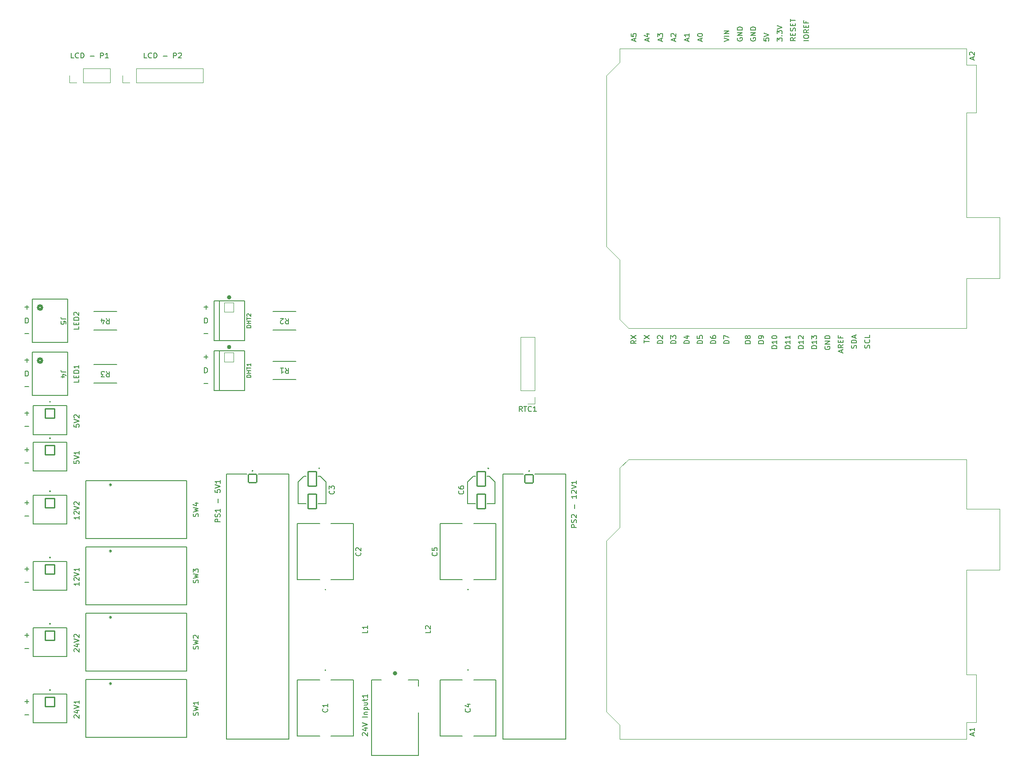
<source format=gto>
G04 #@! TF.GenerationSoftware,KiCad,Pcbnew,7.0.9*
G04 #@! TF.CreationDate,2024-03-05T13:31:22-05:00*
G04 #@! TF.ProjectId,sleep_rig_pcb,736c6565-705f-4726-9967-5f7063622e6b,rev?*
G04 #@! TF.SameCoordinates,Original*
G04 #@! TF.FileFunction,Legend,Top*
G04 #@! TF.FilePolarity,Positive*
%FSLAX46Y46*%
G04 Gerber Fmt 4.6, Leading zero omitted, Abs format (unit mm)*
G04 Created by KiCad (PCBNEW 7.0.9) date 2024-03-05 13:31:22*
%MOMM*%
%LPD*%
G01*
G04 APERTURE LIST*
G04 Aperture macros list*
%AMRoundRect*
0 Rectangle with rounded corners*
0 $1 Rounding radius*
0 $2 $3 $4 $5 $6 $7 $8 $9 X,Y pos of 4 corners*
0 Add a 4 corners polygon primitive as box body*
4,1,4,$2,$3,$4,$5,$6,$7,$8,$9,$2,$3,0*
0 Add four circle primitives for the rounded corners*
1,1,$1+$1,$2,$3*
1,1,$1+$1,$4,$5*
1,1,$1+$1,$6,$7*
1,1,$1+$1,$8,$9*
0 Add four rect primitives between the rounded corners*
20,1,$1+$1,$2,$3,$4,$5,0*
20,1,$1+$1,$4,$5,$6,$7,0*
20,1,$1+$1,$6,$7,$8,$9,0*
20,1,$1+$1,$8,$9,$2,$3,0*%
G04 Aperture macros list end*
%ADD10C,0.150000*%
%ADD11C,0.127000*%
%ADD12C,0.200000*%
%ADD13C,0.152400*%
%ADD14C,0.508000*%
%ADD15C,0.400000*%
%ADD16C,0.120000*%
%ADD17RoundRect,0.102000X-0.800000X1.400000X-0.800000X-1.400000X0.800000X-1.400000X0.800000X1.400000X0*%
%ADD18R,1.498600X3.911600*%
%ADD19RoundRect,0.102000X-0.795000X0.795000X-0.795000X-0.795000X0.795000X-0.795000X0.795000X0.795000X0*%
%ADD20C,1.794000*%
%ADD21C,2.159000*%
%ADD22RoundRect,0.102000X-0.900000X0.900000X-0.900000X-0.900000X0.900000X-0.900000X0.900000X0.900000X0*%
%ADD23C,2.004000*%
%ADD24R,0.914400X3.251200*%
%ADD25C,1.727200*%
%ADD26RoundRect,0.076200X0.892500X-0.892500X0.892500X0.892500X-0.892500X0.892500X-0.892500X-0.892500X0*%
%ADD27C,1.937400*%
%ADD28R,1.700000X1.700000*%
%ADD29O,1.700000X1.700000*%
%ADD30O,4.013200X1.498600*%
%ADD31O,1.498600X4.013200*%
%ADD32R,1.600000X1.600000*%
%ADD33O,1.600000X1.600000*%
%ADD34O,5.204000X2.704000*%
%ADD35O,4.704000X2.454000*%
%ADD36O,2.454000X4.704000*%
G04 APERTURE END LIST*
D10*
X23233095Y-86814819D02*
X23233095Y-85814819D01*
X23233095Y-85814819D02*
X23471190Y-85814819D01*
X23471190Y-85814819D02*
X23614047Y-85862438D01*
X23614047Y-85862438D02*
X23709285Y-85957676D01*
X23709285Y-85957676D02*
X23756904Y-86052914D01*
X23756904Y-86052914D02*
X23804523Y-86243390D01*
X23804523Y-86243390D02*
X23804523Y-86386247D01*
X23804523Y-86386247D02*
X23756904Y-86576723D01*
X23756904Y-86576723D02*
X23709285Y-86671961D01*
X23709285Y-86671961D02*
X23614047Y-86767200D01*
X23614047Y-86767200D02*
X23471190Y-86814819D01*
X23471190Y-86814819D02*
X23233095Y-86814819D01*
X23875951Y-136451133D02*
X23114047Y-136451133D01*
X23494999Y-136070180D02*
X23494999Y-136832085D01*
X182267200Y-81467731D02*
X182314819Y-81324874D01*
X182314819Y-81324874D02*
X182314819Y-81086779D01*
X182314819Y-81086779D02*
X182267200Y-80991541D01*
X182267200Y-80991541D02*
X182219580Y-80943922D01*
X182219580Y-80943922D02*
X182124342Y-80896303D01*
X182124342Y-80896303D02*
X182029104Y-80896303D01*
X182029104Y-80896303D02*
X181933866Y-80943922D01*
X181933866Y-80943922D02*
X181886247Y-80991541D01*
X181886247Y-80991541D02*
X181838628Y-81086779D01*
X181838628Y-81086779D02*
X181791009Y-81277255D01*
X181791009Y-81277255D02*
X181743390Y-81372493D01*
X181743390Y-81372493D02*
X181695771Y-81420112D01*
X181695771Y-81420112D02*
X181600533Y-81467731D01*
X181600533Y-81467731D02*
X181505295Y-81467731D01*
X181505295Y-81467731D02*
X181410057Y-81420112D01*
X181410057Y-81420112D02*
X181362438Y-81372493D01*
X181362438Y-81372493D02*
X181314819Y-81277255D01*
X181314819Y-81277255D02*
X181314819Y-81039160D01*
X181314819Y-81039160D02*
X181362438Y-80896303D01*
X182314819Y-80467731D02*
X181314819Y-80467731D01*
X181314819Y-80467731D02*
X181314819Y-80229636D01*
X181314819Y-80229636D02*
X181362438Y-80086779D01*
X181362438Y-80086779D02*
X181457676Y-79991541D01*
X181457676Y-79991541D02*
X181552914Y-79943922D01*
X181552914Y-79943922D02*
X181743390Y-79896303D01*
X181743390Y-79896303D02*
X181886247Y-79896303D01*
X181886247Y-79896303D02*
X182076723Y-79943922D01*
X182076723Y-79943922D02*
X182171961Y-79991541D01*
X182171961Y-79991541D02*
X182267200Y-80086779D01*
X182267200Y-80086779D02*
X182314819Y-80229636D01*
X182314819Y-80229636D02*
X182314819Y-80467731D01*
X182029104Y-79515350D02*
X182029104Y-79039160D01*
X182314819Y-79610588D02*
X181314819Y-79277255D01*
X181314819Y-79277255D02*
X182314819Y-78943922D01*
X164554819Y-22047030D02*
X164554819Y-22523220D01*
X164554819Y-22523220D02*
X165031009Y-22570839D01*
X165031009Y-22570839D02*
X164983390Y-22523220D01*
X164983390Y-22523220D02*
X164935771Y-22427982D01*
X164935771Y-22427982D02*
X164935771Y-22189887D01*
X164935771Y-22189887D02*
X164983390Y-22094649D01*
X164983390Y-22094649D02*
X165031009Y-22047030D01*
X165031009Y-22047030D02*
X165126247Y-21999411D01*
X165126247Y-21999411D02*
X165364342Y-21999411D01*
X165364342Y-21999411D02*
X165459580Y-22047030D01*
X165459580Y-22047030D02*
X165507200Y-22094649D01*
X165507200Y-22094649D02*
X165554819Y-22189887D01*
X165554819Y-22189887D02*
X165554819Y-22427982D01*
X165554819Y-22427982D02*
X165507200Y-22523220D01*
X165507200Y-22523220D02*
X165459580Y-22570839D01*
X164554819Y-21713696D02*
X165554819Y-21380363D01*
X165554819Y-21380363D02*
X164554819Y-21047030D01*
X176282438Y-81134398D02*
X176234819Y-81229636D01*
X176234819Y-81229636D02*
X176234819Y-81372493D01*
X176234819Y-81372493D02*
X176282438Y-81515350D01*
X176282438Y-81515350D02*
X176377676Y-81610588D01*
X176377676Y-81610588D02*
X176472914Y-81658207D01*
X176472914Y-81658207D02*
X176663390Y-81705826D01*
X176663390Y-81705826D02*
X176806247Y-81705826D01*
X176806247Y-81705826D02*
X176996723Y-81658207D01*
X176996723Y-81658207D02*
X177091961Y-81610588D01*
X177091961Y-81610588D02*
X177187200Y-81515350D01*
X177187200Y-81515350D02*
X177234819Y-81372493D01*
X177234819Y-81372493D02*
X177234819Y-81277255D01*
X177234819Y-81277255D02*
X177187200Y-81134398D01*
X177187200Y-81134398D02*
X177139580Y-81086779D01*
X177139580Y-81086779D02*
X176806247Y-81086779D01*
X176806247Y-81086779D02*
X176806247Y-81277255D01*
X177234819Y-80658207D02*
X176234819Y-80658207D01*
X176234819Y-80658207D02*
X177234819Y-80086779D01*
X177234819Y-80086779D02*
X176234819Y-80086779D01*
X177234819Y-79610588D02*
X176234819Y-79610588D01*
X176234819Y-79610588D02*
X176234819Y-79372493D01*
X176234819Y-79372493D02*
X176282438Y-79229636D01*
X176282438Y-79229636D02*
X176377676Y-79134398D01*
X176377676Y-79134398D02*
X176472914Y-79086779D01*
X176472914Y-79086779D02*
X176663390Y-79039160D01*
X176663390Y-79039160D02*
X176806247Y-79039160D01*
X176806247Y-79039160D02*
X176996723Y-79086779D01*
X176996723Y-79086779D02*
X177091961Y-79134398D01*
X177091961Y-79134398D02*
X177187200Y-79229636D01*
X177187200Y-79229636D02*
X177234819Y-79372493D01*
X177234819Y-79372493D02*
X177234819Y-79610588D01*
X170634819Y-21951792D02*
X170158628Y-22285125D01*
X170634819Y-22523220D02*
X169634819Y-22523220D01*
X169634819Y-22523220D02*
X169634819Y-22142268D01*
X169634819Y-22142268D02*
X169682438Y-22047030D01*
X169682438Y-22047030D02*
X169730057Y-21999411D01*
X169730057Y-21999411D02*
X169825295Y-21951792D01*
X169825295Y-21951792D02*
X169968152Y-21951792D01*
X169968152Y-21951792D02*
X170063390Y-21999411D01*
X170063390Y-21999411D02*
X170111009Y-22047030D01*
X170111009Y-22047030D02*
X170158628Y-22142268D01*
X170158628Y-22142268D02*
X170158628Y-22523220D01*
X170111009Y-21523220D02*
X170111009Y-21189887D01*
X170634819Y-21047030D02*
X170634819Y-21523220D01*
X170634819Y-21523220D02*
X169634819Y-21523220D01*
X169634819Y-21523220D02*
X169634819Y-21047030D01*
X170587200Y-20666077D02*
X170634819Y-20523220D01*
X170634819Y-20523220D02*
X170634819Y-20285125D01*
X170634819Y-20285125D02*
X170587200Y-20189887D01*
X170587200Y-20189887D02*
X170539580Y-20142268D01*
X170539580Y-20142268D02*
X170444342Y-20094649D01*
X170444342Y-20094649D02*
X170349104Y-20094649D01*
X170349104Y-20094649D02*
X170253866Y-20142268D01*
X170253866Y-20142268D02*
X170206247Y-20189887D01*
X170206247Y-20189887D02*
X170158628Y-20285125D01*
X170158628Y-20285125D02*
X170111009Y-20475601D01*
X170111009Y-20475601D02*
X170063390Y-20570839D01*
X170063390Y-20570839D02*
X170015771Y-20618458D01*
X170015771Y-20618458D02*
X169920533Y-20666077D01*
X169920533Y-20666077D02*
X169825295Y-20666077D01*
X169825295Y-20666077D02*
X169730057Y-20618458D01*
X169730057Y-20618458D02*
X169682438Y-20570839D01*
X169682438Y-20570839D02*
X169634819Y-20475601D01*
X169634819Y-20475601D02*
X169634819Y-20237506D01*
X169634819Y-20237506D02*
X169682438Y-20094649D01*
X170111009Y-19666077D02*
X170111009Y-19332744D01*
X170634819Y-19189887D02*
X170634819Y-19666077D01*
X170634819Y-19666077D02*
X169634819Y-19666077D01*
X169634819Y-19666077D02*
X169634819Y-19189887D01*
X169634819Y-18904172D02*
X169634819Y-18332744D01*
X170634819Y-18618458D02*
X169634819Y-18618458D01*
X167074819Y-81515350D02*
X166074819Y-81515350D01*
X166074819Y-81515350D02*
X166074819Y-81277255D01*
X166074819Y-81277255D02*
X166122438Y-81134398D01*
X166122438Y-81134398D02*
X166217676Y-81039160D01*
X166217676Y-81039160D02*
X166312914Y-80991541D01*
X166312914Y-80991541D02*
X166503390Y-80943922D01*
X166503390Y-80943922D02*
X166646247Y-80943922D01*
X166646247Y-80943922D02*
X166836723Y-80991541D01*
X166836723Y-80991541D02*
X166931961Y-81039160D01*
X166931961Y-81039160D02*
X167027200Y-81134398D01*
X167027200Y-81134398D02*
X167074819Y-81277255D01*
X167074819Y-81277255D02*
X167074819Y-81515350D01*
X167074819Y-79991541D02*
X167074819Y-80562969D01*
X167074819Y-80277255D02*
X166074819Y-80277255D01*
X166074819Y-80277255D02*
X166217676Y-80372493D01*
X166217676Y-80372493D02*
X166312914Y-80467731D01*
X166312914Y-80467731D02*
X166360533Y-80562969D01*
X166074819Y-79372493D02*
X166074819Y-79277255D01*
X166074819Y-79277255D02*
X166122438Y-79182017D01*
X166122438Y-79182017D02*
X166170057Y-79134398D01*
X166170057Y-79134398D02*
X166265295Y-79086779D01*
X166265295Y-79086779D02*
X166455771Y-79039160D01*
X166455771Y-79039160D02*
X166693866Y-79039160D01*
X166693866Y-79039160D02*
X166884342Y-79086779D01*
X166884342Y-79086779D02*
X166979580Y-79134398D01*
X166979580Y-79134398D02*
X167027200Y-79182017D01*
X167027200Y-79182017D02*
X167074819Y-79277255D01*
X167074819Y-79277255D02*
X167074819Y-79372493D01*
X167074819Y-79372493D02*
X167027200Y-79467731D01*
X167027200Y-79467731D02*
X166979580Y-79515350D01*
X166979580Y-79515350D02*
X166884342Y-79562969D01*
X166884342Y-79562969D02*
X166693866Y-79610588D01*
X166693866Y-79610588D02*
X166455771Y-79610588D01*
X166455771Y-79610588D02*
X166265295Y-79562969D01*
X166265295Y-79562969D02*
X166170057Y-79515350D01*
X166170057Y-79515350D02*
X166122438Y-79467731D01*
X166122438Y-79467731D02*
X166074819Y-79372493D01*
X23875951Y-113591133D02*
X23114047Y-113591133D01*
X174694819Y-81515350D02*
X173694819Y-81515350D01*
X173694819Y-81515350D02*
X173694819Y-81277255D01*
X173694819Y-81277255D02*
X173742438Y-81134398D01*
X173742438Y-81134398D02*
X173837676Y-81039160D01*
X173837676Y-81039160D02*
X173932914Y-80991541D01*
X173932914Y-80991541D02*
X174123390Y-80943922D01*
X174123390Y-80943922D02*
X174266247Y-80943922D01*
X174266247Y-80943922D02*
X174456723Y-80991541D01*
X174456723Y-80991541D02*
X174551961Y-81039160D01*
X174551961Y-81039160D02*
X174647200Y-81134398D01*
X174647200Y-81134398D02*
X174694819Y-81277255D01*
X174694819Y-81277255D02*
X174694819Y-81515350D01*
X174694819Y-79991541D02*
X174694819Y-80562969D01*
X174694819Y-80277255D02*
X173694819Y-80277255D01*
X173694819Y-80277255D02*
X173837676Y-80372493D01*
X173837676Y-80372493D02*
X173932914Y-80467731D01*
X173932914Y-80467731D02*
X173980533Y-80562969D01*
X173694819Y-79658207D02*
X173694819Y-79039160D01*
X173694819Y-79039160D02*
X174075771Y-79372493D01*
X174075771Y-79372493D02*
X174075771Y-79229636D01*
X174075771Y-79229636D02*
X174123390Y-79134398D01*
X174123390Y-79134398D02*
X174171009Y-79086779D01*
X174171009Y-79086779D02*
X174266247Y-79039160D01*
X174266247Y-79039160D02*
X174504342Y-79039160D01*
X174504342Y-79039160D02*
X174599580Y-79086779D01*
X174599580Y-79086779D02*
X174647200Y-79134398D01*
X174647200Y-79134398D02*
X174694819Y-79229636D01*
X174694819Y-79229636D02*
X174694819Y-79515350D01*
X174694819Y-79515350D02*
X174647200Y-79610588D01*
X174647200Y-79610588D02*
X174599580Y-79658207D01*
X23875951Y-126291133D02*
X23114047Y-126291133D01*
X23875951Y-138991133D02*
X23114047Y-138991133D01*
X152844819Y-80552969D02*
X151844819Y-80552969D01*
X151844819Y-80552969D02*
X151844819Y-80314874D01*
X151844819Y-80314874D02*
X151892438Y-80172017D01*
X151892438Y-80172017D02*
X151987676Y-80076779D01*
X151987676Y-80076779D02*
X152082914Y-80029160D01*
X152082914Y-80029160D02*
X152273390Y-79981541D01*
X152273390Y-79981541D02*
X152416247Y-79981541D01*
X152416247Y-79981541D02*
X152606723Y-80029160D01*
X152606723Y-80029160D02*
X152701961Y-80076779D01*
X152701961Y-80076779D02*
X152797200Y-80172017D01*
X152797200Y-80172017D02*
X152844819Y-80314874D01*
X152844819Y-80314874D02*
X152844819Y-80552969D01*
X151844819Y-79076779D02*
X151844819Y-79552969D01*
X151844819Y-79552969D02*
X152321009Y-79600588D01*
X152321009Y-79600588D02*
X152273390Y-79552969D01*
X152273390Y-79552969D02*
X152225771Y-79457731D01*
X152225771Y-79457731D02*
X152225771Y-79219636D01*
X152225771Y-79219636D02*
X152273390Y-79124398D01*
X152273390Y-79124398D02*
X152321009Y-79076779D01*
X152321009Y-79076779D02*
X152416247Y-79029160D01*
X152416247Y-79029160D02*
X152654342Y-79029160D01*
X152654342Y-79029160D02*
X152749580Y-79076779D01*
X152749580Y-79076779D02*
X152797200Y-79124398D01*
X152797200Y-79124398D02*
X152844819Y-79219636D01*
X152844819Y-79219636D02*
X152844819Y-79457731D01*
X152844819Y-79457731D02*
X152797200Y-79552969D01*
X152797200Y-79552969D02*
X152749580Y-79600588D01*
X23875951Y-103431133D02*
X23114047Y-103431133D01*
X23875951Y-151691133D02*
X23114047Y-151691133D01*
X152569104Y-22570839D02*
X152569104Y-22094649D01*
X152854819Y-22666077D02*
X151854819Y-22332744D01*
X151854819Y-22332744D02*
X152854819Y-21999411D01*
X151854819Y-21475601D02*
X151854819Y-21380363D01*
X151854819Y-21380363D02*
X151902438Y-21285125D01*
X151902438Y-21285125D02*
X151950057Y-21237506D01*
X151950057Y-21237506D02*
X152045295Y-21189887D01*
X152045295Y-21189887D02*
X152235771Y-21142268D01*
X152235771Y-21142268D02*
X152473866Y-21142268D01*
X152473866Y-21142268D02*
X152664342Y-21189887D01*
X152664342Y-21189887D02*
X152759580Y-21237506D01*
X152759580Y-21237506D02*
X152807200Y-21285125D01*
X152807200Y-21285125D02*
X152854819Y-21380363D01*
X152854819Y-21380363D02*
X152854819Y-21475601D01*
X152854819Y-21475601D02*
X152807200Y-21570839D01*
X152807200Y-21570839D02*
X152759580Y-21618458D01*
X152759580Y-21618458D02*
X152664342Y-21666077D01*
X152664342Y-21666077D02*
X152473866Y-21713696D01*
X152473866Y-21713696D02*
X152235771Y-21713696D01*
X152235771Y-21713696D02*
X152045295Y-21666077D01*
X152045295Y-21666077D02*
X151950057Y-21618458D01*
X151950057Y-21618458D02*
X151902438Y-21570839D01*
X151902438Y-21570839D02*
X151854819Y-21475601D01*
X23875951Y-96446133D02*
X23114047Y-96446133D01*
X144949104Y-22570839D02*
X144949104Y-22094649D01*
X145234819Y-22666077D02*
X144234819Y-22332744D01*
X144234819Y-22332744D02*
X145234819Y-21999411D01*
X144234819Y-21761315D02*
X144234819Y-21142268D01*
X144234819Y-21142268D02*
X144615771Y-21475601D01*
X144615771Y-21475601D02*
X144615771Y-21332744D01*
X144615771Y-21332744D02*
X144663390Y-21237506D01*
X144663390Y-21237506D02*
X144711009Y-21189887D01*
X144711009Y-21189887D02*
X144806247Y-21142268D01*
X144806247Y-21142268D02*
X145044342Y-21142268D01*
X145044342Y-21142268D02*
X145139580Y-21189887D01*
X145139580Y-21189887D02*
X145187200Y-21237506D01*
X145187200Y-21237506D02*
X145234819Y-21332744D01*
X145234819Y-21332744D02*
X145234819Y-21618458D01*
X145234819Y-21618458D02*
X145187200Y-21713696D01*
X145187200Y-21713696D02*
X145139580Y-21761315D01*
X162062438Y-21999411D02*
X162014819Y-22094649D01*
X162014819Y-22094649D02*
X162014819Y-22237506D01*
X162014819Y-22237506D02*
X162062438Y-22380363D01*
X162062438Y-22380363D02*
X162157676Y-22475601D01*
X162157676Y-22475601D02*
X162252914Y-22523220D01*
X162252914Y-22523220D02*
X162443390Y-22570839D01*
X162443390Y-22570839D02*
X162586247Y-22570839D01*
X162586247Y-22570839D02*
X162776723Y-22523220D01*
X162776723Y-22523220D02*
X162871961Y-22475601D01*
X162871961Y-22475601D02*
X162967200Y-22380363D01*
X162967200Y-22380363D02*
X163014819Y-22237506D01*
X163014819Y-22237506D02*
X163014819Y-22142268D01*
X163014819Y-22142268D02*
X162967200Y-21999411D01*
X162967200Y-21999411D02*
X162919580Y-21951792D01*
X162919580Y-21951792D02*
X162586247Y-21951792D01*
X162586247Y-21951792D02*
X162586247Y-22142268D01*
X163014819Y-21523220D02*
X162014819Y-21523220D01*
X162014819Y-21523220D02*
X163014819Y-20951792D01*
X163014819Y-20951792D02*
X162014819Y-20951792D01*
X163014819Y-20475601D02*
X162014819Y-20475601D01*
X162014819Y-20475601D02*
X162014819Y-20237506D01*
X162014819Y-20237506D02*
X162062438Y-20094649D01*
X162062438Y-20094649D02*
X162157676Y-19999411D01*
X162157676Y-19999411D02*
X162252914Y-19951792D01*
X162252914Y-19951792D02*
X162443390Y-19904173D01*
X162443390Y-19904173D02*
X162586247Y-19904173D01*
X162586247Y-19904173D02*
X162776723Y-19951792D01*
X162776723Y-19951792D02*
X162871961Y-19999411D01*
X162871961Y-19999411D02*
X162967200Y-20094649D01*
X162967200Y-20094649D02*
X163014819Y-20237506D01*
X163014819Y-20237506D02*
X163014819Y-20475601D01*
X184807200Y-81420112D02*
X184854819Y-81277255D01*
X184854819Y-81277255D02*
X184854819Y-81039160D01*
X184854819Y-81039160D02*
X184807200Y-80943922D01*
X184807200Y-80943922D02*
X184759580Y-80896303D01*
X184759580Y-80896303D02*
X184664342Y-80848684D01*
X184664342Y-80848684D02*
X184569104Y-80848684D01*
X184569104Y-80848684D02*
X184473866Y-80896303D01*
X184473866Y-80896303D02*
X184426247Y-80943922D01*
X184426247Y-80943922D02*
X184378628Y-81039160D01*
X184378628Y-81039160D02*
X184331009Y-81229636D01*
X184331009Y-81229636D02*
X184283390Y-81324874D01*
X184283390Y-81324874D02*
X184235771Y-81372493D01*
X184235771Y-81372493D02*
X184140533Y-81420112D01*
X184140533Y-81420112D02*
X184045295Y-81420112D01*
X184045295Y-81420112D02*
X183950057Y-81372493D01*
X183950057Y-81372493D02*
X183902438Y-81324874D01*
X183902438Y-81324874D02*
X183854819Y-81229636D01*
X183854819Y-81229636D02*
X183854819Y-80991541D01*
X183854819Y-80991541D02*
X183902438Y-80848684D01*
X184759580Y-79848684D02*
X184807200Y-79896303D01*
X184807200Y-79896303D02*
X184854819Y-80039160D01*
X184854819Y-80039160D02*
X184854819Y-80134398D01*
X184854819Y-80134398D02*
X184807200Y-80277255D01*
X184807200Y-80277255D02*
X184711961Y-80372493D01*
X184711961Y-80372493D02*
X184616723Y-80420112D01*
X184616723Y-80420112D02*
X184426247Y-80467731D01*
X184426247Y-80467731D02*
X184283390Y-80467731D01*
X184283390Y-80467731D02*
X184092914Y-80420112D01*
X184092914Y-80420112D02*
X183997676Y-80372493D01*
X183997676Y-80372493D02*
X183902438Y-80277255D01*
X183902438Y-80277255D02*
X183854819Y-80134398D01*
X183854819Y-80134398D02*
X183854819Y-80039160D01*
X183854819Y-80039160D02*
X183902438Y-79896303D01*
X183902438Y-79896303D02*
X183950057Y-79848684D01*
X184854819Y-78943922D02*
X184854819Y-79420112D01*
X184854819Y-79420112D02*
X183854819Y-79420112D01*
X23875951Y-88826133D02*
X23114047Y-88826133D01*
X155384819Y-80552969D02*
X154384819Y-80552969D01*
X154384819Y-80552969D02*
X154384819Y-80314874D01*
X154384819Y-80314874D02*
X154432438Y-80172017D01*
X154432438Y-80172017D02*
X154527676Y-80076779D01*
X154527676Y-80076779D02*
X154622914Y-80029160D01*
X154622914Y-80029160D02*
X154813390Y-79981541D01*
X154813390Y-79981541D02*
X154956247Y-79981541D01*
X154956247Y-79981541D02*
X155146723Y-80029160D01*
X155146723Y-80029160D02*
X155241961Y-80076779D01*
X155241961Y-80076779D02*
X155337200Y-80172017D01*
X155337200Y-80172017D02*
X155384819Y-80314874D01*
X155384819Y-80314874D02*
X155384819Y-80552969D01*
X154384819Y-79124398D02*
X154384819Y-79314874D01*
X154384819Y-79314874D02*
X154432438Y-79410112D01*
X154432438Y-79410112D02*
X154480057Y-79457731D01*
X154480057Y-79457731D02*
X154622914Y-79552969D01*
X154622914Y-79552969D02*
X154813390Y-79600588D01*
X154813390Y-79600588D02*
X155194342Y-79600588D01*
X155194342Y-79600588D02*
X155289580Y-79552969D01*
X155289580Y-79552969D02*
X155337200Y-79505350D01*
X155337200Y-79505350D02*
X155384819Y-79410112D01*
X155384819Y-79410112D02*
X155384819Y-79219636D01*
X155384819Y-79219636D02*
X155337200Y-79124398D01*
X155337200Y-79124398D02*
X155289580Y-79076779D01*
X155289580Y-79076779D02*
X155194342Y-79029160D01*
X155194342Y-79029160D02*
X154956247Y-79029160D01*
X154956247Y-79029160D02*
X154861009Y-79076779D01*
X154861009Y-79076779D02*
X154813390Y-79124398D01*
X154813390Y-79124398D02*
X154765771Y-79219636D01*
X154765771Y-79219636D02*
X154765771Y-79410112D01*
X154765771Y-79410112D02*
X154813390Y-79505350D01*
X154813390Y-79505350D02*
X154861009Y-79552969D01*
X154861009Y-79552969D02*
X154956247Y-79600588D01*
X141684819Y-80457731D02*
X141684819Y-79886303D01*
X142684819Y-80172017D02*
X141684819Y-80172017D01*
X141684819Y-79648207D02*
X142684819Y-78981541D01*
X141684819Y-78981541D02*
X142684819Y-79648207D01*
X147764819Y-80552969D02*
X146764819Y-80552969D01*
X146764819Y-80552969D02*
X146764819Y-80314874D01*
X146764819Y-80314874D02*
X146812438Y-80172017D01*
X146812438Y-80172017D02*
X146907676Y-80076779D01*
X146907676Y-80076779D02*
X147002914Y-80029160D01*
X147002914Y-80029160D02*
X147193390Y-79981541D01*
X147193390Y-79981541D02*
X147336247Y-79981541D01*
X147336247Y-79981541D02*
X147526723Y-80029160D01*
X147526723Y-80029160D02*
X147621961Y-80076779D01*
X147621961Y-80076779D02*
X147717200Y-80172017D01*
X147717200Y-80172017D02*
X147764819Y-80314874D01*
X147764819Y-80314874D02*
X147764819Y-80552969D01*
X146764819Y-79648207D02*
X146764819Y-79029160D01*
X146764819Y-79029160D02*
X147145771Y-79362493D01*
X147145771Y-79362493D02*
X147145771Y-79219636D01*
X147145771Y-79219636D02*
X147193390Y-79124398D01*
X147193390Y-79124398D02*
X147241009Y-79076779D01*
X147241009Y-79076779D02*
X147336247Y-79029160D01*
X147336247Y-79029160D02*
X147574342Y-79029160D01*
X147574342Y-79029160D02*
X147669580Y-79076779D01*
X147669580Y-79076779D02*
X147717200Y-79124398D01*
X147717200Y-79124398D02*
X147764819Y-79219636D01*
X147764819Y-79219636D02*
X147764819Y-79505350D01*
X147764819Y-79505350D02*
X147717200Y-79600588D01*
X147717200Y-79600588D02*
X147669580Y-79648207D01*
X140144819Y-79981541D02*
X139668628Y-80314874D01*
X140144819Y-80552969D02*
X139144819Y-80552969D01*
X139144819Y-80552969D02*
X139144819Y-80172017D01*
X139144819Y-80172017D02*
X139192438Y-80076779D01*
X139192438Y-80076779D02*
X139240057Y-80029160D01*
X139240057Y-80029160D02*
X139335295Y-79981541D01*
X139335295Y-79981541D02*
X139478152Y-79981541D01*
X139478152Y-79981541D02*
X139573390Y-80029160D01*
X139573390Y-80029160D02*
X139621009Y-80076779D01*
X139621009Y-80076779D02*
X139668628Y-80172017D01*
X139668628Y-80172017D02*
X139668628Y-80552969D01*
X139144819Y-79648207D02*
X140144819Y-78981541D01*
X139144819Y-78981541D02*
X140144819Y-79648207D01*
X23875951Y-111051133D02*
X23114047Y-111051133D01*
X23494999Y-110670180D02*
X23494999Y-111432085D01*
X159522438Y-21999411D02*
X159474819Y-22094649D01*
X159474819Y-22094649D02*
X159474819Y-22237506D01*
X159474819Y-22237506D02*
X159522438Y-22380363D01*
X159522438Y-22380363D02*
X159617676Y-22475601D01*
X159617676Y-22475601D02*
X159712914Y-22523220D01*
X159712914Y-22523220D02*
X159903390Y-22570839D01*
X159903390Y-22570839D02*
X160046247Y-22570839D01*
X160046247Y-22570839D02*
X160236723Y-22523220D01*
X160236723Y-22523220D02*
X160331961Y-22475601D01*
X160331961Y-22475601D02*
X160427200Y-22380363D01*
X160427200Y-22380363D02*
X160474819Y-22237506D01*
X160474819Y-22237506D02*
X160474819Y-22142268D01*
X160474819Y-22142268D02*
X160427200Y-21999411D01*
X160427200Y-21999411D02*
X160379580Y-21951792D01*
X160379580Y-21951792D02*
X160046247Y-21951792D01*
X160046247Y-21951792D02*
X160046247Y-22142268D01*
X160474819Y-21523220D02*
X159474819Y-21523220D01*
X159474819Y-21523220D02*
X160474819Y-20951792D01*
X160474819Y-20951792D02*
X159474819Y-20951792D01*
X160474819Y-20475601D02*
X159474819Y-20475601D01*
X159474819Y-20475601D02*
X159474819Y-20237506D01*
X159474819Y-20237506D02*
X159522438Y-20094649D01*
X159522438Y-20094649D02*
X159617676Y-19999411D01*
X159617676Y-19999411D02*
X159712914Y-19951792D01*
X159712914Y-19951792D02*
X159903390Y-19904173D01*
X159903390Y-19904173D02*
X160046247Y-19904173D01*
X160046247Y-19904173D02*
X160236723Y-19951792D01*
X160236723Y-19951792D02*
X160331961Y-19999411D01*
X160331961Y-19999411D02*
X160427200Y-20094649D01*
X160427200Y-20094649D02*
X160474819Y-20237506D01*
X160474819Y-20237506D02*
X160474819Y-20475601D01*
X150029104Y-22570839D02*
X150029104Y-22094649D01*
X150314819Y-22666077D02*
X149314819Y-22332744D01*
X149314819Y-22332744D02*
X150314819Y-21999411D01*
X150314819Y-21142268D02*
X150314819Y-21713696D01*
X150314819Y-21427982D02*
X149314819Y-21427982D01*
X149314819Y-21427982D02*
X149457676Y-21523220D01*
X149457676Y-21523220D02*
X149552914Y-21618458D01*
X149552914Y-21618458D02*
X149600533Y-21713696D01*
X157924819Y-80552969D02*
X156924819Y-80552969D01*
X156924819Y-80552969D02*
X156924819Y-80314874D01*
X156924819Y-80314874D02*
X156972438Y-80172017D01*
X156972438Y-80172017D02*
X157067676Y-80076779D01*
X157067676Y-80076779D02*
X157162914Y-80029160D01*
X157162914Y-80029160D02*
X157353390Y-79981541D01*
X157353390Y-79981541D02*
X157496247Y-79981541D01*
X157496247Y-79981541D02*
X157686723Y-80029160D01*
X157686723Y-80029160D02*
X157781961Y-80076779D01*
X157781961Y-80076779D02*
X157877200Y-80172017D01*
X157877200Y-80172017D02*
X157924819Y-80314874D01*
X157924819Y-80314874D02*
X157924819Y-80552969D01*
X156924819Y-79648207D02*
X156924819Y-78981541D01*
X156924819Y-78981541D02*
X157924819Y-79410112D01*
X139869104Y-22570839D02*
X139869104Y-22094649D01*
X140154819Y-22666077D02*
X139154819Y-22332744D01*
X139154819Y-22332744D02*
X140154819Y-21999411D01*
X139154819Y-21189887D02*
X139154819Y-21666077D01*
X139154819Y-21666077D02*
X139631009Y-21713696D01*
X139631009Y-21713696D02*
X139583390Y-21666077D01*
X139583390Y-21666077D02*
X139535771Y-21570839D01*
X139535771Y-21570839D02*
X139535771Y-21332744D01*
X139535771Y-21332744D02*
X139583390Y-21237506D01*
X139583390Y-21237506D02*
X139631009Y-21189887D01*
X139631009Y-21189887D02*
X139726247Y-21142268D01*
X139726247Y-21142268D02*
X139964342Y-21142268D01*
X139964342Y-21142268D02*
X140059580Y-21189887D01*
X140059580Y-21189887D02*
X140107200Y-21237506D01*
X140107200Y-21237506D02*
X140154819Y-21332744D01*
X140154819Y-21332744D02*
X140154819Y-21570839D01*
X140154819Y-21570839D02*
X140107200Y-21666077D01*
X140107200Y-21666077D02*
X140059580Y-21713696D01*
X58165951Y-73586133D02*
X57404047Y-73586133D01*
X57784999Y-73205180D02*
X57784999Y-73967085D01*
X164534819Y-80562969D02*
X163534819Y-80562969D01*
X163534819Y-80562969D02*
X163534819Y-80324874D01*
X163534819Y-80324874D02*
X163582438Y-80182017D01*
X163582438Y-80182017D02*
X163677676Y-80086779D01*
X163677676Y-80086779D02*
X163772914Y-80039160D01*
X163772914Y-80039160D02*
X163963390Y-79991541D01*
X163963390Y-79991541D02*
X164106247Y-79991541D01*
X164106247Y-79991541D02*
X164296723Y-80039160D01*
X164296723Y-80039160D02*
X164391961Y-80086779D01*
X164391961Y-80086779D02*
X164487200Y-80182017D01*
X164487200Y-80182017D02*
X164534819Y-80324874D01*
X164534819Y-80324874D02*
X164534819Y-80562969D01*
X164534819Y-79515350D02*
X164534819Y-79324874D01*
X164534819Y-79324874D02*
X164487200Y-79229636D01*
X164487200Y-79229636D02*
X164439580Y-79182017D01*
X164439580Y-79182017D02*
X164296723Y-79086779D01*
X164296723Y-79086779D02*
X164106247Y-79039160D01*
X164106247Y-79039160D02*
X163725295Y-79039160D01*
X163725295Y-79039160D02*
X163630057Y-79086779D01*
X163630057Y-79086779D02*
X163582438Y-79134398D01*
X163582438Y-79134398D02*
X163534819Y-79229636D01*
X163534819Y-79229636D02*
X163534819Y-79420112D01*
X163534819Y-79420112D02*
X163582438Y-79515350D01*
X163582438Y-79515350D02*
X163630057Y-79562969D01*
X163630057Y-79562969D02*
X163725295Y-79610588D01*
X163725295Y-79610588D02*
X163963390Y-79610588D01*
X163963390Y-79610588D02*
X164058628Y-79562969D01*
X164058628Y-79562969D02*
X164106247Y-79515350D01*
X164106247Y-79515350D02*
X164153866Y-79420112D01*
X164153866Y-79420112D02*
X164153866Y-79229636D01*
X164153866Y-79229636D02*
X164106247Y-79134398D01*
X164106247Y-79134398D02*
X164058628Y-79086779D01*
X164058628Y-79086779D02*
X163963390Y-79039160D01*
X23875951Y-100891133D02*
X23114047Y-100891133D01*
X23494999Y-100510180D02*
X23494999Y-101272085D01*
X169614819Y-81515350D02*
X168614819Y-81515350D01*
X168614819Y-81515350D02*
X168614819Y-81277255D01*
X168614819Y-81277255D02*
X168662438Y-81134398D01*
X168662438Y-81134398D02*
X168757676Y-81039160D01*
X168757676Y-81039160D02*
X168852914Y-80991541D01*
X168852914Y-80991541D02*
X169043390Y-80943922D01*
X169043390Y-80943922D02*
X169186247Y-80943922D01*
X169186247Y-80943922D02*
X169376723Y-80991541D01*
X169376723Y-80991541D02*
X169471961Y-81039160D01*
X169471961Y-81039160D02*
X169567200Y-81134398D01*
X169567200Y-81134398D02*
X169614819Y-81277255D01*
X169614819Y-81277255D02*
X169614819Y-81515350D01*
X169614819Y-79991541D02*
X169614819Y-80562969D01*
X169614819Y-80277255D02*
X168614819Y-80277255D01*
X168614819Y-80277255D02*
X168757676Y-80372493D01*
X168757676Y-80372493D02*
X168852914Y-80467731D01*
X168852914Y-80467731D02*
X168900533Y-80562969D01*
X169614819Y-79039160D02*
X169614819Y-79610588D01*
X169614819Y-79324874D02*
X168614819Y-79324874D01*
X168614819Y-79324874D02*
X168757676Y-79420112D01*
X168757676Y-79420112D02*
X168852914Y-79515350D01*
X168852914Y-79515350D02*
X168900533Y-79610588D01*
X58165951Y-78666133D02*
X57404047Y-78666133D01*
X145224819Y-80552969D02*
X144224819Y-80552969D01*
X144224819Y-80552969D02*
X144224819Y-80314874D01*
X144224819Y-80314874D02*
X144272438Y-80172017D01*
X144272438Y-80172017D02*
X144367676Y-80076779D01*
X144367676Y-80076779D02*
X144462914Y-80029160D01*
X144462914Y-80029160D02*
X144653390Y-79981541D01*
X144653390Y-79981541D02*
X144796247Y-79981541D01*
X144796247Y-79981541D02*
X144986723Y-80029160D01*
X144986723Y-80029160D02*
X145081961Y-80076779D01*
X145081961Y-80076779D02*
X145177200Y-80172017D01*
X145177200Y-80172017D02*
X145224819Y-80314874D01*
X145224819Y-80314874D02*
X145224819Y-80552969D01*
X144320057Y-79600588D02*
X144272438Y-79552969D01*
X144272438Y-79552969D02*
X144224819Y-79457731D01*
X144224819Y-79457731D02*
X144224819Y-79219636D01*
X144224819Y-79219636D02*
X144272438Y-79124398D01*
X144272438Y-79124398D02*
X144320057Y-79076779D01*
X144320057Y-79076779D02*
X144415295Y-79029160D01*
X144415295Y-79029160D02*
X144510533Y-79029160D01*
X144510533Y-79029160D02*
X144653390Y-79076779D01*
X144653390Y-79076779D02*
X145224819Y-79648207D01*
X145224819Y-79648207D02*
X145224819Y-79029160D01*
X23875951Y-83746133D02*
X23114047Y-83746133D01*
X23494999Y-83365180D02*
X23494999Y-84127085D01*
X23233095Y-76654819D02*
X23233095Y-75654819D01*
X23233095Y-75654819D02*
X23471190Y-75654819D01*
X23471190Y-75654819D02*
X23614047Y-75702438D01*
X23614047Y-75702438D02*
X23709285Y-75797676D01*
X23709285Y-75797676D02*
X23756904Y-75892914D01*
X23756904Y-75892914D02*
X23804523Y-76083390D01*
X23804523Y-76083390D02*
X23804523Y-76226247D01*
X23804523Y-76226247D02*
X23756904Y-76416723D01*
X23756904Y-76416723D02*
X23709285Y-76511961D01*
X23709285Y-76511961D02*
X23614047Y-76607200D01*
X23614047Y-76607200D02*
X23471190Y-76654819D01*
X23471190Y-76654819D02*
X23233095Y-76654819D01*
X172154819Y-81515350D02*
X171154819Y-81515350D01*
X171154819Y-81515350D02*
X171154819Y-81277255D01*
X171154819Y-81277255D02*
X171202438Y-81134398D01*
X171202438Y-81134398D02*
X171297676Y-81039160D01*
X171297676Y-81039160D02*
X171392914Y-80991541D01*
X171392914Y-80991541D02*
X171583390Y-80943922D01*
X171583390Y-80943922D02*
X171726247Y-80943922D01*
X171726247Y-80943922D02*
X171916723Y-80991541D01*
X171916723Y-80991541D02*
X172011961Y-81039160D01*
X172011961Y-81039160D02*
X172107200Y-81134398D01*
X172107200Y-81134398D02*
X172154819Y-81277255D01*
X172154819Y-81277255D02*
X172154819Y-81515350D01*
X172154819Y-79991541D02*
X172154819Y-80562969D01*
X172154819Y-80277255D02*
X171154819Y-80277255D01*
X171154819Y-80277255D02*
X171297676Y-80372493D01*
X171297676Y-80372493D02*
X171392914Y-80467731D01*
X171392914Y-80467731D02*
X171440533Y-80562969D01*
X171250057Y-79610588D02*
X171202438Y-79562969D01*
X171202438Y-79562969D02*
X171154819Y-79467731D01*
X171154819Y-79467731D02*
X171154819Y-79229636D01*
X171154819Y-79229636D02*
X171202438Y-79134398D01*
X171202438Y-79134398D02*
X171250057Y-79086779D01*
X171250057Y-79086779D02*
X171345295Y-79039160D01*
X171345295Y-79039160D02*
X171440533Y-79039160D01*
X171440533Y-79039160D02*
X171583390Y-79086779D01*
X171583390Y-79086779D02*
X172154819Y-79658207D01*
X172154819Y-79658207D02*
X172154819Y-79039160D01*
X58165951Y-83111133D02*
X57404047Y-83111133D01*
X57784999Y-82730180D02*
X57784999Y-83492085D01*
X156934819Y-22666077D02*
X157934819Y-22332744D01*
X157934819Y-22332744D02*
X156934819Y-21999411D01*
X157934819Y-21666077D02*
X156934819Y-21666077D01*
X157934819Y-21189887D02*
X156934819Y-21189887D01*
X156934819Y-21189887D02*
X157934819Y-20618459D01*
X157934819Y-20618459D02*
X156934819Y-20618459D01*
X57523095Y-86179819D02*
X57523095Y-85179819D01*
X57523095Y-85179819D02*
X57761190Y-85179819D01*
X57761190Y-85179819D02*
X57904047Y-85227438D01*
X57904047Y-85227438D02*
X57999285Y-85322676D01*
X57999285Y-85322676D02*
X58046904Y-85417914D01*
X58046904Y-85417914D02*
X58094523Y-85608390D01*
X58094523Y-85608390D02*
X58094523Y-85751247D01*
X58094523Y-85751247D02*
X58046904Y-85941723D01*
X58046904Y-85941723D02*
X57999285Y-86036961D01*
X57999285Y-86036961D02*
X57904047Y-86132200D01*
X57904047Y-86132200D02*
X57761190Y-86179819D01*
X57761190Y-86179819D02*
X57523095Y-86179819D01*
X173174819Y-22523220D02*
X172174819Y-22523220D01*
X172174819Y-21856554D02*
X172174819Y-21666078D01*
X172174819Y-21666078D02*
X172222438Y-21570840D01*
X172222438Y-21570840D02*
X172317676Y-21475602D01*
X172317676Y-21475602D02*
X172508152Y-21427983D01*
X172508152Y-21427983D02*
X172841485Y-21427983D01*
X172841485Y-21427983D02*
X173031961Y-21475602D01*
X173031961Y-21475602D02*
X173127200Y-21570840D01*
X173127200Y-21570840D02*
X173174819Y-21666078D01*
X173174819Y-21666078D02*
X173174819Y-21856554D01*
X173174819Y-21856554D02*
X173127200Y-21951792D01*
X173127200Y-21951792D02*
X173031961Y-22047030D01*
X173031961Y-22047030D02*
X172841485Y-22094649D01*
X172841485Y-22094649D02*
X172508152Y-22094649D01*
X172508152Y-22094649D02*
X172317676Y-22047030D01*
X172317676Y-22047030D02*
X172222438Y-21951792D01*
X172222438Y-21951792D02*
X172174819Y-21856554D01*
X173174819Y-20427983D02*
X172698628Y-20761316D01*
X173174819Y-20999411D02*
X172174819Y-20999411D01*
X172174819Y-20999411D02*
X172174819Y-20618459D01*
X172174819Y-20618459D02*
X172222438Y-20523221D01*
X172222438Y-20523221D02*
X172270057Y-20475602D01*
X172270057Y-20475602D02*
X172365295Y-20427983D01*
X172365295Y-20427983D02*
X172508152Y-20427983D01*
X172508152Y-20427983D02*
X172603390Y-20475602D01*
X172603390Y-20475602D02*
X172651009Y-20523221D01*
X172651009Y-20523221D02*
X172698628Y-20618459D01*
X172698628Y-20618459D02*
X172698628Y-20999411D01*
X172651009Y-19999411D02*
X172651009Y-19666078D01*
X173174819Y-19523221D02*
X173174819Y-19999411D01*
X173174819Y-19999411D02*
X172174819Y-19999411D01*
X172174819Y-19999411D02*
X172174819Y-19523221D01*
X172651009Y-18761316D02*
X172651009Y-19094649D01*
X173174819Y-19094649D02*
X172174819Y-19094649D01*
X172174819Y-19094649D02*
X172174819Y-18618459D01*
X167094819Y-22618458D02*
X167094819Y-21999411D01*
X167094819Y-21999411D02*
X167475771Y-22332744D01*
X167475771Y-22332744D02*
X167475771Y-22189887D01*
X167475771Y-22189887D02*
X167523390Y-22094649D01*
X167523390Y-22094649D02*
X167571009Y-22047030D01*
X167571009Y-22047030D02*
X167666247Y-21999411D01*
X167666247Y-21999411D02*
X167904342Y-21999411D01*
X167904342Y-21999411D02*
X167999580Y-22047030D01*
X167999580Y-22047030D02*
X168047200Y-22094649D01*
X168047200Y-22094649D02*
X168094819Y-22189887D01*
X168094819Y-22189887D02*
X168094819Y-22475601D01*
X168094819Y-22475601D02*
X168047200Y-22570839D01*
X168047200Y-22570839D02*
X167999580Y-22618458D01*
X167999580Y-21570839D02*
X168047200Y-21523220D01*
X168047200Y-21523220D02*
X168094819Y-21570839D01*
X168094819Y-21570839D02*
X168047200Y-21618458D01*
X168047200Y-21618458D02*
X167999580Y-21570839D01*
X167999580Y-21570839D02*
X168094819Y-21570839D01*
X167094819Y-21189887D02*
X167094819Y-20570840D01*
X167094819Y-20570840D02*
X167475771Y-20904173D01*
X167475771Y-20904173D02*
X167475771Y-20761316D01*
X167475771Y-20761316D02*
X167523390Y-20666078D01*
X167523390Y-20666078D02*
X167571009Y-20618459D01*
X167571009Y-20618459D02*
X167666247Y-20570840D01*
X167666247Y-20570840D02*
X167904342Y-20570840D01*
X167904342Y-20570840D02*
X167999580Y-20618459D01*
X167999580Y-20618459D02*
X168047200Y-20666078D01*
X168047200Y-20666078D02*
X168094819Y-20761316D01*
X168094819Y-20761316D02*
X168094819Y-21047030D01*
X168094819Y-21047030D02*
X168047200Y-21142268D01*
X168047200Y-21142268D02*
X167999580Y-21189887D01*
X167094819Y-20285125D02*
X168094819Y-19951792D01*
X168094819Y-19951792D02*
X167094819Y-19618459D01*
X23875951Y-93906133D02*
X23114047Y-93906133D01*
X23494999Y-93525180D02*
X23494999Y-94287085D01*
X150304819Y-80552969D02*
X149304819Y-80552969D01*
X149304819Y-80552969D02*
X149304819Y-80314874D01*
X149304819Y-80314874D02*
X149352438Y-80172017D01*
X149352438Y-80172017D02*
X149447676Y-80076779D01*
X149447676Y-80076779D02*
X149542914Y-80029160D01*
X149542914Y-80029160D02*
X149733390Y-79981541D01*
X149733390Y-79981541D02*
X149876247Y-79981541D01*
X149876247Y-79981541D02*
X150066723Y-80029160D01*
X150066723Y-80029160D02*
X150161961Y-80076779D01*
X150161961Y-80076779D02*
X150257200Y-80172017D01*
X150257200Y-80172017D02*
X150304819Y-80314874D01*
X150304819Y-80314874D02*
X150304819Y-80552969D01*
X149638152Y-79124398D02*
X150304819Y-79124398D01*
X149257200Y-79362493D02*
X149971485Y-79600588D01*
X149971485Y-79600588D02*
X149971485Y-78981541D01*
X161994819Y-80562969D02*
X160994819Y-80562969D01*
X160994819Y-80562969D02*
X160994819Y-80324874D01*
X160994819Y-80324874D02*
X161042438Y-80182017D01*
X161042438Y-80182017D02*
X161137676Y-80086779D01*
X161137676Y-80086779D02*
X161232914Y-80039160D01*
X161232914Y-80039160D02*
X161423390Y-79991541D01*
X161423390Y-79991541D02*
X161566247Y-79991541D01*
X161566247Y-79991541D02*
X161756723Y-80039160D01*
X161756723Y-80039160D02*
X161851961Y-80086779D01*
X161851961Y-80086779D02*
X161947200Y-80182017D01*
X161947200Y-80182017D02*
X161994819Y-80324874D01*
X161994819Y-80324874D02*
X161994819Y-80562969D01*
X161423390Y-79420112D02*
X161375771Y-79515350D01*
X161375771Y-79515350D02*
X161328152Y-79562969D01*
X161328152Y-79562969D02*
X161232914Y-79610588D01*
X161232914Y-79610588D02*
X161185295Y-79610588D01*
X161185295Y-79610588D02*
X161090057Y-79562969D01*
X161090057Y-79562969D02*
X161042438Y-79515350D01*
X161042438Y-79515350D02*
X160994819Y-79420112D01*
X160994819Y-79420112D02*
X160994819Y-79229636D01*
X160994819Y-79229636D02*
X161042438Y-79134398D01*
X161042438Y-79134398D02*
X161090057Y-79086779D01*
X161090057Y-79086779D02*
X161185295Y-79039160D01*
X161185295Y-79039160D02*
X161232914Y-79039160D01*
X161232914Y-79039160D02*
X161328152Y-79086779D01*
X161328152Y-79086779D02*
X161375771Y-79134398D01*
X161375771Y-79134398D02*
X161423390Y-79229636D01*
X161423390Y-79229636D02*
X161423390Y-79420112D01*
X161423390Y-79420112D02*
X161471009Y-79515350D01*
X161471009Y-79515350D02*
X161518628Y-79562969D01*
X161518628Y-79562969D02*
X161613866Y-79610588D01*
X161613866Y-79610588D02*
X161804342Y-79610588D01*
X161804342Y-79610588D02*
X161899580Y-79562969D01*
X161899580Y-79562969D02*
X161947200Y-79515350D01*
X161947200Y-79515350D02*
X161994819Y-79420112D01*
X161994819Y-79420112D02*
X161994819Y-79229636D01*
X161994819Y-79229636D02*
X161947200Y-79134398D01*
X161947200Y-79134398D02*
X161899580Y-79086779D01*
X161899580Y-79086779D02*
X161804342Y-79039160D01*
X161804342Y-79039160D02*
X161613866Y-79039160D01*
X161613866Y-79039160D02*
X161518628Y-79086779D01*
X161518628Y-79086779D02*
X161471009Y-79134398D01*
X161471009Y-79134398D02*
X161423390Y-79229636D01*
X23875951Y-73586133D02*
X23114047Y-73586133D01*
X23494999Y-73205180D02*
X23494999Y-73967085D01*
X179489104Y-82277255D02*
X179489104Y-81801065D01*
X179774819Y-82372493D02*
X178774819Y-82039160D01*
X178774819Y-82039160D02*
X179774819Y-81705827D01*
X179774819Y-80801065D02*
X179298628Y-81134398D01*
X179774819Y-81372493D02*
X178774819Y-81372493D01*
X178774819Y-81372493D02*
X178774819Y-80991541D01*
X178774819Y-80991541D02*
X178822438Y-80896303D01*
X178822438Y-80896303D02*
X178870057Y-80848684D01*
X178870057Y-80848684D02*
X178965295Y-80801065D01*
X178965295Y-80801065D02*
X179108152Y-80801065D01*
X179108152Y-80801065D02*
X179203390Y-80848684D01*
X179203390Y-80848684D02*
X179251009Y-80896303D01*
X179251009Y-80896303D02*
X179298628Y-80991541D01*
X179298628Y-80991541D02*
X179298628Y-81372493D01*
X179251009Y-80372493D02*
X179251009Y-80039160D01*
X179774819Y-79896303D02*
X179774819Y-80372493D01*
X179774819Y-80372493D02*
X178774819Y-80372493D01*
X178774819Y-80372493D02*
X178774819Y-79896303D01*
X179251009Y-79134398D02*
X179251009Y-79467731D01*
X179774819Y-79467731D02*
X178774819Y-79467731D01*
X178774819Y-79467731D02*
X178774819Y-78991541D01*
X57523095Y-76654819D02*
X57523095Y-75654819D01*
X57523095Y-75654819D02*
X57761190Y-75654819D01*
X57761190Y-75654819D02*
X57904047Y-75702438D01*
X57904047Y-75702438D02*
X57999285Y-75797676D01*
X57999285Y-75797676D02*
X58046904Y-75892914D01*
X58046904Y-75892914D02*
X58094523Y-76083390D01*
X58094523Y-76083390D02*
X58094523Y-76226247D01*
X58094523Y-76226247D02*
X58046904Y-76416723D01*
X58046904Y-76416723D02*
X57999285Y-76511961D01*
X57999285Y-76511961D02*
X57904047Y-76607200D01*
X57904047Y-76607200D02*
X57761190Y-76654819D01*
X57761190Y-76654819D02*
X57523095Y-76654819D01*
X23875951Y-123751133D02*
X23114047Y-123751133D01*
X23494999Y-123370180D02*
X23494999Y-124132085D01*
X58165951Y-88191133D02*
X57404047Y-88191133D01*
X147489104Y-22570839D02*
X147489104Y-22094649D01*
X147774819Y-22666077D02*
X146774819Y-22332744D01*
X146774819Y-22332744D02*
X147774819Y-21999411D01*
X146870057Y-21713696D02*
X146822438Y-21666077D01*
X146822438Y-21666077D02*
X146774819Y-21570839D01*
X146774819Y-21570839D02*
X146774819Y-21332744D01*
X146774819Y-21332744D02*
X146822438Y-21237506D01*
X146822438Y-21237506D02*
X146870057Y-21189887D01*
X146870057Y-21189887D02*
X146965295Y-21142268D01*
X146965295Y-21142268D02*
X147060533Y-21142268D01*
X147060533Y-21142268D02*
X147203390Y-21189887D01*
X147203390Y-21189887D02*
X147774819Y-21761315D01*
X147774819Y-21761315D02*
X147774819Y-21142268D01*
X23875951Y-78666133D02*
X23114047Y-78666133D01*
X142409104Y-22570839D02*
X142409104Y-22094649D01*
X142694819Y-22666077D02*
X141694819Y-22332744D01*
X141694819Y-22332744D02*
X142694819Y-21999411D01*
X142028152Y-21237506D02*
X142694819Y-21237506D01*
X141647200Y-21475601D02*
X142361485Y-21713696D01*
X142361485Y-21713696D02*
X142361485Y-21094649D01*
X23875951Y-149151133D02*
X23114047Y-149151133D01*
X23494999Y-148770180D02*
X23494999Y-149532085D01*
X107039580Y-108801666D02*
X107087200Y-108849285D01*
X107087200Y-108849285D02*
X107134819Y-108992142D01*
X107134819Y-108992142D02*
X107134819Y-109087380D01*
X107134819Y-109087380D02*
X107087200Y-109230237D01*
X107087200Y-109230237D02*
X106991961Y-109325475D01*
X106991961Y-109325475D02*
X106896723Y-109373094D01*
X106896723Y-109373094D02*
X106706247Y-109420713D01*
X106706247Y-109420713D02*
X106563390Y-109420713D01*
X106563390Y-109420713D02*
X106372914Y-109373094D01*
X106372914Y-109373094D02*
X106277676Y-109325475D01*
X106277676Y-109325475D02*
X106182438Y-109230237D01*
X106182438Y-109230237D02*
X106134819Y-109087380D01*
X106134819Y-109087380D02*
X106134819Y-108992142D01*
X106134819Y-108992142D02*
X106182438Y-108849285D01*
X106182438Y-108849285D02*
X106230057Y-108801666D01*
X106134819Y-107944523D02*
X106134819Y-108134999D01*
X106134819Y-108134999D02*
X106182438Y-108230237D01*
X106182438Y-108230237D02*
X106230057Y-108277856D01*
X106230057Y-108277856D02*
X106372914Y-108373094D01*
X106372914Y-108373094D02*
X106563390Y-108420713D01*
X106563390Y-108420713D02*
X106944342Y-108420713D01*
X106944342Y-108420713D02*
X107039580Y-108373094D01*
X107039580Y-108373094D02*
X107087200Y-108325475D01*
X107087200Y-108325475D02*
X107134819Y-108230237D01*
X107134819Y-108230237D02*
X107134819Y-108039761D01*
X107134819Y-108039761D02*
X107087200Y-107944523D01*
X107087200Y-107944523D02*
X107039580Y-107896904D01*
X107039580Y-107896904D02*
X106944342Y-107849285D01*
X106944342Y-107849285D02*
X106706247Y-107849285D01*
X106706247Y-107849285D02*
X106611009Y-107896904D01*
X106611009Y-107896904D02*
X106563390Y-107944523D01*
X106563390Y-107944523D02*
X106515771Y-108039761D01*
X106515771Y-108039761D02*
X106515771Y-108230237D01*
X106515771Y-108230237D02*
X106563390Y-108325475D01*
X106563390Y-108325475D02*
X106611009Y-108373094D01*
X106611009Y-108373094D02*
X106706247Y-108420713D01*
X81004580Y-150568266D02*
X81052200Y-150615885D01*
X81052200Y-150615885D02*
X81099819Y-150758742D01*
X81099819Y-150758742D02*
X81099819Y-150853980D01*
X81099819Y-150853980D02*
X81052200Y-150996837D01*
X81052200Y-150996837D02*
X80956961Y-151092075D01*
X80956961Y-151092075D02*
X80861723Y-151139694D01*
X80861723Y-151139694D02*
X80671247Y-151187313D01*
X80671247Y-151187313D02*
X80528390Y-151187313D01*
X80528390Y-151187313D02*
X80337914Y-151139694D01*
X80337914Y-151139694D02*
X80242676Y-151092075D01*
X80242676Y-151092075D02*
X80147438Y-150996837D01*
X80147438Y-150996837D02*
X80099819Y-150853980D01*
X80099819Y-150853980D02*
X80099819Y-150758742D01*
X80099819Y-150758742D02*
X80147438Y-150615885D01*
X80147438Y-150615885D02*
X80195057Y-150568266D01*
X81099819Y-149615885D02*
X81099819Y-150187313D01*
X81099819Y-149901599D02*
X80099819Y-149901599D01*
X80099819Y-149901599D02*
X80242676Y-149996837D01*
X80242676Y-149996837D02*
X80337914Y-150092075D01*
X80337914Y-150092075D02*
X80385533Y-150187313D01*
X128724819Y-115824041D02*
X127724819Y-115824041D01*
X127724819Y-115824041D02*
X127724819Y-115443089D01*
X127724819Y-115443089D02*
X127772438Y-115347851D01*
X127772438Y-115347851D02*
X127820057Y-115300232D01*
X127820057Y-115300232D02*
X127915295Y-115252613D01*
X127915295Y-115252613D02*
X128058152Y-115252613D01*
X128058152Y-115252613D02*
X128153390Y-115300232D01*
X128153390Y-115300232D02*
X128201009Y-115347851D01*
X128201009Y-115347851D02*
X128248628Y-115443089D01*
X128248628Y-115443089D02*
X128248628Y-115824041D01*
X128677200Y-114871660D02*
X128724819Y-114728803D01*
X128724819Y-114728803D02*
X128724819Y-114490708D01*
X128724819Y-114490708D02*
X128677200Y-114395470D01*
X128677200Y-114395470D02*
X128629580Y-114347851D01*
X128629580Y-114347851D02*
X128534342Y-114300232D01*
X128534342Y-114300232D02*
X128439104Y-114300232D01*
X128439104Y-114300232D02*
X128343866Y-114347851D01*
X128343866Y-114347851D02*
X128296247Y-114395470D01*
X128296247Y-114395470D02*
X128248628Y-114490708D01*
X128248628Y-114490708D02*
X128201009Y-114681184D01*
X128201009Y-114681184D02*
X128153390Y-114776422D01*
X128153390Y-114776422D02*
X128105771Y-114824041D01*
X128105771Y-114824041D02*
X128010533Y-114871660D01*
X128010533Y-114871660D02*
X127915295Y-114871660D01*
X127915295Y-114871660D02*
X127820057Y-114824041D01*
X127820057Y-114824041D02*
X127772438Y-114776422D01*
X127772438Y-114776422D02*
X127724819Y-114681184D01*
X127724819Y-114681184D02*
X127724819Y-114443089D01*
X127724819Y-114443089D02*
X127772438Y-114300232D01*
X127820057Y-113919279D02*
X127772438Y-113871660D01*
X127772438Y-113871660D02*
X127724819Y-113776422D01*
X127724819Y-113776422D02*
X127724819Y-113538327D01*
X127724819Y-113538327D02*
X127772438Y-113443089D01*
X127772438Y-113443089D02*
X127820057Y-113395470D01*
X127820057Y-113395470D02*
X127915295Y-113347851D01*
X127915295Y-113347851D02*
X128010533Y-113347851D01*
X128010533Y-113347851D02*
X128153390Y-113395470D01*
X128153390Y-113395470D02*
X128724819Y-113966898D01*
X128724819Y-113966898D02*
X128724819Y-113347851D01*
X128343866Y-112157374D02*
X128343866Y-111395470D01*
X128724819Y-109633565D02*
X128724819Y-110204993D01*
X128724819Y-109919279D02*
X127724819Y-109919279D01*
X127724819Y-109919279D02*
X127867676Y-110014517D01*
X127867676Y-110014517D02*
X127962914Y-110109755D01*
X127962914Y-110109755D02*
X128010533Y-110204993D01*
X127820057Y-109252612D02*
X127772438Y-109204993D01*
X127772438Y-109204993D02*
X127724819Y-109109755D01*
X127724819Y-109109755D02*
X127724819Y-108871660D01*
X127724819Y-108871660D02*
X127772438Y-108776422D01*
X127772438Y-108776422D02*
X127820057Y-108728803D01*
X127820057Y-108728803D02*
X127915295Y-108681184D01*
X127915295Y-108681184D02*
X128010533Y-108681184D01*
X128010533Y-108681184D02*
X128153390Y-108728803D01*
X128153390Y-108728803D02*
X128724819Y-109300231D01*
X128724819Y-109300231D02*
X128724819Y-108681184D01*
X127724819Y-108395469D02*
X128724819Y-108062136D01*
X128724819Y-108062136D02*
X127724819Y-107728803D01*
X128724819Y-106871660D02*
X128724819Y-107443088D01*
X128724819Y-107157374D02*
X127724819Y-107157374D01*
X127724819Y-107157374D02*
X127867676Y-107252612D01*
X127867676Y-107252612D02*
X127962914Y-107347850D01*
X127962914Y-107347850D02*
X128010533Y-107443088D01*
X56287200Y-113728332D02*
X56334819Y-113585475D01*
X56334819Y-113585475D02*
X56334819Y-113347380D01*
X56334819Y-113347380D02*
X56287200Y-113252142D01*
X56287200Y-113252142D02*
X56239580Y-113204523D01*
X56239580Y-113204523D02*
X56144342Y-113156904D01*
X56144342Y-113156904D02*
X56049104Y-113156904D01*
X56049104Y-113156904D02*
X55953866Y-113204523D01*
X55953866Y-113204523D02*
X55906247Y-113252142D01*
X55906247Y-113252142D02*
X55858628Y-113347380D01*
X55858628Y-113347380D02*
X55811009Y-113537856D01*
X55811009Y-113537856D02*
X55763390Y-113633094D01*
X55763390Y-113633094D02*
X55715771Y-113680713D01*
X55715771Y-113680713D02*
X55620533Y-113728332D01*
X55620533Y-113728332D02*
X55525295Y-113728332D01*
X55525295Y-113728332D02*
X55430057Y-113680713D01*
X55430057Y-113680713D02*
X55382438Y-113633094D01*
X55382438Y-113633094D02*
X55334819Y-113537856D01*
X55334819Y-113537856D02*
X55334819Y-113299761D01*
X55334819Y-113299761D02*
X55382438Y-113156904D01*
X55334819Y-112823570D02*
X56334819Y-112585475D01*
X56334819Y-112585475D02*
X55620533Y-112394999D01*
X55620533Y-112394999D02*
X56334819Y-112204523D01*
X56334819Y-112204523D02*
X55334819Y-111966428D01*
X55668152Y-111156904D02*
X56334819Y-111156904D01*
X55287200Y-111394999D02*
X56001485Y-111633094D01*
X56001485Y-111633094D02*
X56001485Y-111014047D01*
X39304818Y-107629999D02*
X39542913Y-107629999D01*
X39447675Y-107868094D02*
X39542913Y-107629999D01*
X39542913Y-107629999D02*
X39447675Y-107391904D01*
X39733389Y-107772856D02*
X39542913Y-107629999D01*
X39542913Y-107629999D02*
X39733389Y-107487142D01*
X39304818Y-107629999D02*
X39542913Y-107629999D01*
X39447675Y-107868094D02*
X39542913Y-107629999D01*
X39542913Y-107629999D02*
X39447675Y-107391904D01*
X39733389Y-107772856D02*
X39542913Y-107629999D01*
X39542913Y-107629999D02*
X39733389Y-107487142D01*
X33529819Y-126345238D02*
X33529819Y-126916666D01*
X33529819Y-126630952D02*
X32529819Y-126630952D01*
X32529819Y-126630952D02*
X32672676Y-126726190D01*
X32672676Y-126726190D02*
X32767914Y-126821428D01*
X32767914Y-126821428D02*
X32815533Y-126916666D01*
X32625057Y-125964285D02*
X32577438Y-125916666D01*
X32577438Y-125916666D02*
X32529819Y-125821428D01*
X32529819Y-125821428D02*
X32529819Y-125583333D01*
X32529819Y-125583333D02*
X32577438Y-125488095D01*
X32577438Y-125488095D02*
X32625057Y-125440476D01*
X32625057Y-125440476D02*
X32720295Y-125392857D01*
X32720295Y-125392857D02*
X32815533Y-125392857D01*
X32815533Y-125392857D02*
X32958390Y-125440476D01*
X32958390Y-125440476D02*
X33529819Y-126011904D01*
X33529819Y-126011904D02*
X33529819Y-125392857D01*
X32529819Y-125107142D02*
X33529819Y-124773809D01*
X33529819Y-124773809D02*
X32529819Y-124440476D01*
X33529819Y-123583333D02*
X33529819Y-124154761D01*
X33529819Y-123869047D02*
X32529819Y-123869047D01*
X32529819Y-123869047D02*
X32672676Y-123964285D01*
X32672676Y-123964285D02*
X32767914Y-124059523D01*
X32767914Y-124059523D02*
X32815533Y-124154761D01*
X38698466Y-85905180D02*
X39031799Y-86381371D01*
X39269894Y-85905180D02*
X39269894Y-86905180D01*
X39269894Y-86905180D02*
X38888942Y-86905180D01*
X38888942Y-86905180D02*
X38793704Y-86857561D01*
X38793704Y-86857561D02*
X38746085Y-86809942D01*
X38746085Y-86809942D02*
X38698466Y-86714704D01*
X38698466Y-86714704D02*
X38698466Y-86571847D01*
X38698466Y-86571847D02*
X38746085Y-86476609D01*
X38746085Y-86476609D02*
X38793704Y-86428990D01*
X38793704Y-86428990D02*
X38888942Y-86381371D01*
X38888942Y-86381371D02*
X39269894Y-86381371D01*
X38365132Y-86905180D02*
X37746085Y-86905180D01*
X37746085Y-86905180D02*
X38079418Y-86524228D01*
X38079418Y-86524228D02*
X37936561Y-86524228D01*
X37936561Y-86524228D02*
X37841323Y-86476609D01*
X37841323Y-86476609D02*
X37793704Y-86428990D01*
X37793704Y-86428990D02*
X37746085Y-86333752D01*
X37746085Y-86333752D02*
X37746085Y-86095657D01*
X37746085Y-86095657D02*
X37793704Y-86000419D01*
X37793704Y-86000419D02*
X37841323Y-85952800D01*
X37841323Y-85952800D02*
X37936561Y-85905180D01*
X37936561Y-85905180D02*
X38222275Y-85905180D01*
X38222275Y-85905180D02*
X38317513Y-85952800D01*
X38317513Y-85952800D02*
X38365132Y-86000419D01*
X56287200Y-139128332D02*
X56334819Y-138985475D01*
X56334819Y-138985475D02*
X56334819Y-138747380D01*
X56334819Y-138747380D02*
X56287200Y-138652142D01*
X56287200Y-138652142D02*
X56239580Y-138604523D01*
X56239580Y-138604523D02*
X56144342Y-138556904D01*
X56144342Y-138556904D02*
X56049104Y-138556904D01*
X56049104Y-138556904D02*
X55953866Y-138604523D01*
X55953866Y-138604523D02*
X55906247Y-138652142D01*
X55906247Y-138652142D02*
X55858628Y-138747380D01*
X55858628Y-138747380D02*
X55811009Y-138937856D01*
X55811009Y-138937856D02*
X55763390Y-139033094D01*
X55763390Y-139033094D02*
X55715771Y-139080713D01*
X55715771Y-139080713D02*
X55620533Y-139128332D01*
X55620533Y-139128332D02*
X55525295Y-139128332D01*
X55525295Y-139128332D02*
X55430057Y-139080713D01*
X55430057Y-139080713D02*
X55382438Y-139033094D01*
X55382438Y-139033094D02*
X55334819Y-138937856D01*
X55334819Y-138937856D02*
X55334819Y-138699761D01*
X55334819Y-138699761D02*
X55382438Y-138556904D01*
X55334819Y-138223570D02*
X56334819Y-137985475D01*
X56334819Y-137985475D02*
X55620533Y-137794999D01*
X55620533Y-137794999D02*
X56334819Y-137604523D01*
X56334819Y-137604523D02*
X55334819Y-137366428D01*
X55430057Y-137033094D02*
X55382438Y-136985475D01*
X55382438Y-136985475D02*
X55334819Y-136890237D01*
X55334819Y-136890237D02*
X55334819Y-136652142D01*
X55334819Y-136652142D02*
X55382438Y-136556904D01*
X55382438Y-136556904D02*
X55430057Y-136509285D01*
X55430057Y-136509285D02*
X55525295Y-136461666D01*
X55525295Y-136461666D02*
X55620533Y-136461666D01*
X55620533Y-136461666D02*
X55763390Y-136509285D01*
X55763390Y-136509285D02*
X56334819Y-137080713D01*
X56334819Y-137080713D02*
X56334819Y-136461666D01*
X39304818Y-133029999D02*
X39542913Y-133029999D01*
X39447675Y-133268094D02*
X39542913Y-133029999D01*
X39542913Y-133029999D02*
X39447675Y-132791904D01*
X39733389Y-133172856D02*
X39542913Y-133029999D01*
X39542913Y-133029999D02*
X39733389Y-132887142D01*
X39304818Y-133029999D02*
X39542913Y-133029999D01*
X39447675Y-133268094D02*
X39542913Y-133029999D01*
X39542913Y-133029999D02*
X39447675Y-132791904D01*
X39733389Y-133172856D02*
X39542913Y-133029999D01*
X39542913Y-133029999D02*
X39733389Y-132887142D01*
X87354580Y-120621666D02*
X87402200Y-120669285D01*
X87402200Y-120669285D02*
X87449819Y-120812142D01*
X87449819Y-120812142D02*
X87449819Y-120907380D01*
X87449819Y-120907380D02*
X87402200Y-121050237D01*
X87402200Y-121050237D02*
X87306961Y-121145475D01*
X87306961Y-121145475D02*
X87211723Y-121193094D01*
X87211723Y-121193094D02*
X87021247Y-121240713D01*
X87021247Y-121240713D02*
X86878390Y-121240713D01*
X86878390Y-121240713D02*
X86687914Y-121193094D01*
X86687914Y-121193094D02*
X86592676Y-121145475D01*
X86592676Y-121145475D02*
X86497438Y-121050237D01*
X86497438Y-121050237D02*
X86449819Y-120907380D01*
X86449819Y-120907380D02*
X86449819Y-120812142D01*
X86449819Y-120812142D02*
X86497438Y-120669285D01*
X86497438Y-120669285D02*
X86545057Y-120621666D01*
X86545057Y-120240713D02*
X86497438Y-120193094D01*
X86497438Y-120193094D02*
X86449819Y-120097856D01*
X86449819Y-120097856D02*
X86449819Y-119859761D01*
X86449819Y-119859761D02*
X86497438Y-119764523D01*
X86497438Y-119764523D02*
X86545057Y-119716904D01*
X86545057Y-119716904D02*
X86640295Y-119669285D01*
X86640295Y-119669285D02*
X86735533Y-119669285D01*
X86735533Y-119669285D02*
X86878390Y-119716904D01*
X86878390Y-119716904D02*
X87449819Y-120288332D01*
X87449819Y-120288332D02*
X87449819Y-119669285D01*
X72988466Y-85270180D02*
X73321799Y-85746371D01*
X73559894Y-85270180D02*
X73559894Y-86270180D01*
X73559894Y-86270180D02*
X73178942Y-86270180D01*
X73178942Y-86270180D02*
X73083704Y-86222561D01*
X73083704Y-86222561D02*
X73036085Y-86174942D01*
X73036085Y-86174942D02*
X72988466Y-86079704D01*
X72988466Y-86079704D02*
X72988466Y-85936847D01*
X72988466Y-85936847D02*
X73036085Y-85841609D01*
X73036085Y-85841609D02*
X73083704Y-85793990D01*
X73083704Y-85793990D02*
X73178942Y-85746371D01*
X73178942Y-85746371D02*
X73559894Y-85746371D01*
X72036085Y-85270180D02*
X72607513Y-85270180D01*
X72321799Y-85270180D02*
X72321799Y-86270180D01*
X72321799Y-86270180D02*
X72417037Y-86127323D01*
X72417037Y-86127323D02*
X72512275Y-86032085D01*
X72512275Y-86032085D02*
X72607513Y-85984466D01*
X31025180Y-86026666D02*
X30310895Y-86026666D01*
X30310895Y-86026666D02*
X30168038Y-85979047D01*
X30168038Y-85979047D02*
X30072800Y-85883809D01*
X30072800Y-85883809D02*
X30025180Y-85740952D01*
X30025180Y-85740952D02*
X30025180Y-85645714D01*
X30691847Y-86931428D02*
X30025180Y-86931428D01*
X31072800Y-86693333D02*
X30358514Y-86455238D01*
X30358514Y-86455238D02*
X30358514Y-87074285D01*
X33474819Y-87479047D02*
X33474819Y-87955237D01*
X33474819Y-87955237D02*
X32474819Y-87955237D01*
X32951009Y-87145713D02*
X32951009Y-86812380D01*
X33474819Y-86669523D02*
X33474819Y-87145713D01*
X33474819Y-87145713D02*
X32474819Y-87145713D01*
X32474819Y-87145713D02*
X32474819Y-86669523D01*
X33474819Y-86240951D02*
X32474819Y-86240951D01*
X32474819Y-86240951D02*
X32474819Y-86002856D01*
X32474819Y-86002856D02*
X32522438Y-85859999D01*
X32522438Y-85859999D02*
X32617676Y-85764761D01*
X32617676Y-85764761D02*
X32712914Y-85717142D01*
X32712914Y-85717142D02*
X32903390Y-85669523D01*
X32903390Y-85669523D02*
X33046247Y-85669523D01*
X33046247Y-85669523D02*
X33236723Y-85717142D01*
X33236723Y-85717142D02*
X33331961Y-85764761D01*
X33331961Y-85764761D02*
X33427200Y-85859999D01*
X33427200Y-85859999D02*
X33474819Y-86002856D01*
X33474819Y-86002856D02*
X33474819Y-86240951D01*
X33474819Y-84717142D02*
X33474819Y-85288570D01*
X33474819Y-85002856D02*
X32474819Y-85002856D01*
X32474819Y-85002856D02*
X32617676Y-85098094D01*
X32617676Y-85098094D02*
X32712914Y-85193332D01*
X32712914Y-85193332D02*
X32760533Y-85288570D01*
X31025180Y-75866666D02*
X30310895Y-75866666D01*
X30310895Y-75866666D02*
X30168038Y-75819047D01*
X30168038Y-75819047D02*
X30072800Y-75723809D01*
X30072800Y-75723809D02*
X30025180Y-75580952D01*
X30025180Y-75580952D02*
X30025180Y-75485714D01*
X31025180Y-76819047D02*
X31025180Y-76342857D01*
X31025180Y-76342857D02*
X30548990Y-76295238D01*
X30548990Y-76295238D02*
X30596609Y-76342857D01*
X30596609Y-76342857D02*
X30644228Y-76438095D01*
X30644228Y-76438095D02*
X30644228Y-76676190D01*
X30644228Y-76676190D02*
X30596609Y-76771428D01*
X30596609Y-76771428D02*
X30548990Y-76819047D01*
X30548990Y-76819047D02*
X30453752Y-76866666D01*
X30453752Y-76866666D02*
X30215657Y-76866666D01*
X30215657Y-76866666D02*
X30120419Y-76819047D01*
X30120419Y-76819047D02*
X30072800Y-76771428D01*
X30072800Y-76771428D02*
X30025180Y-76676190D01*
X30025180Y-76676190D02*
X30025180Y-76438095D01*
X30025180Y-76438095D02*
X30072800Y-76342857D01*
X30072800Y-76342857D02*
X30120419Y-76295238D01*
X33474819Y-77319047D02*
X33474819Y-77795237D01*
X33474819Y-77795237D02*
X32474819Y-77795237D01*
X32951009Y-76985713D02*
X32951009Y-76652380D01*
X33474819Y-76509523D02*
X33474819Y-76985713D01*
X33474819Y-76985713D02*
X32474819Y-76985713D01*
X32474819Y-76985713D02*
X32474819Y-76509523D01*
X33474819Y-76080951D02*
X32474819Y-76080951D01*
X32474819Y-76080951D02*
X32474819Y-75842856D01*
X32474819Y-75842856D02*
X32522438Y-75699999D01*
X32522438Y-75699999D02*
X32617676Y-75604761D01*
X32617676Y-75604761D02*
X32712914Y-75557142D01*
X32712914Y-75557142D02*
X32903390Y-75509523D01*
X32903390Y-75509523D02*
X33046247Y-75509523D01*
X33046247Y-75509523D02*
X33236723Y-75557142D01*
X33236723Y-75557142D02*
X33331961Y-75604761D01*
X33331961Y-75604761D02*
X33427200Y-75699999D01*
X33427200Y-75699999D02*
X33474819Y-75842856D01*
X33474819Y-75842856D02*
X33474819Y-76080951D01*
X32570057Y-75128570D02*
X32522438Y-75080951D01*
X32522438Y-75080951D02*
X32474819Y-74985713D01*
X32474819Y-74985713D02*
X32474819Y-74747618D01*
X32474819Y-74747618D02*
X32522438Y-74652380D01*
X32522438Y-74652380D02*
X32570057Y-74604761D01*
X32570057Y-74604761D02*
X32665295Y-74557142D01*
X32665295Y-74557142D02*
X32760533Y-74557142D01*
X32760533Y-74557142D02*
X32903390Y-74604761D01*
X32903390Y-74604761D02*
X33474819Y-75176189D01*
X33474819Y-75176189D02*
X33474819Y-74557142D01*
X32625057Y-152316666D02*
X32577438Y-152269047D01*
X32577438Y-152269047D02*
X32529819Y-152173809D01*
X32529819Y-152173809D02*
X32529819Y-151935714D01*
X32529819Y-151935714D02*
X32577438Y-151840476D01*
X32577438Y-151840476D02*
X32625057Y-151792857D01*
X32625057Y-151792857D02*
X32720295Y-151745238D01*
X32720295Y-151745238D02*
X32815533Y-151745238D01*
X32815533Y-151745238D02*
X32958390Y-151792857D01*
X32958390Y-151792857D02*
X33529819Y-152364285D01*
X33529819Y-152364285D02*
X33529819Y-151745238D01*
X32863152Y-150888095D02*
X33529819Y-150888095D01*
X32482200Y-151126190D02*
X33196485Y-151364285D01*
X33196485Y-151364285D02*
X33196485Y-150745238D01*
X32529819Y-150507142D02*
X33529819Y-150173809D01*
X33529819Y-150173809D02*
X32529819Y-149840476D01*
X33529819Y-148983333D02*
X33529819Y-149554761D01*
X33529819Y-149269047D02*
X32529819Y-149269047D01*
X32529819Y-149269047D02*
X32672676Y-149364285D01*
X32672676Y-149364285D02*
X32767914Y-149459523D01*
X32767914Y-149459523D02*
X32815533Y-149554761D01*
X66402295Y-87039285D02*
X65602295Y-87039285D01*
X65602295Y-87039285D02*
X65602295Y-86848809D01*
X65602295Y-86848809D02*
X65640390Y-86734523D01*
X65640390Y-86734523D02*
X65716580Y-86658333D01*
X65716580Y-86658333D02*
X65792771Y-86620238D01*
X65792771Y-86620238D02*
X65945152Y-86582142D01*
X65945152Y-86582142D02*
X66059438Y-86582142D01*
X66059438Y-86582142D02*
X66211819Y-86620238D01*
X66211819Y-86620238D02*
X66288009Y-86658333D01*
X66288009Y-86658333D02*
X66364200Y-86734523D01*
X66364200Y-86734523D02*
X66402295Y-86848809D01*
X66402295Y-86848809D02*
X66402295Y-87039285D01*
X66402295Y-86239285D02*
X65602295Y-86239285D01*
X65983247Y-86239285D02*
X65983247Y-85782142D01*
X66402295Y-85782142D02*
X65602295Y-85782142D01*
X65602295Y-85515476D02*
X65602295Y-85058333D01*
X66402295Y-85286905D02*
X65602295Y-85286905D01*
X66402295Y-84372619D02*
X66402295Y-84829762D01*
X66402295Y-84601190D02*
X65602295Y-84601190D01*
X65602295Y-84601190D02*
X65716580Y-84677381D01*
X65716580Y-84677381D02*
X65792771Y-84753571D01*
X65792771Y-84753571D02*
X65830866Y-84829762D01*
X32512380Y-25854819D02*
X32036190Y-25854819D01*
X32036190Y-25854819D02*
X32036190Y-24854819D01*
X33417142Y-25759580D02*
X33369523Y-25807200D01*
X33369523Y-25807200D02*
X33226666Y-25854819D01*
X33226666Y-25854819D02*
X33131428Y-25854819D01*
X33131428Y-25854819D02*
X32988571Y-25807200D01*
X32988571Y-25807200D02*
X32893333Y-25711961D01*
X32893333Y-25711961D02*
X32845714Y-25616723D01*
X32845714Y-25616723D02*
X32798095Y-25426247D01*
X32798095Y-25426247D02*
X32798095Y-25283390D01*
X32798095Y-25283390D02*
X32845714Y-25092914D01*
X32845714Y-25092914D02*
X32893333Y-24997676D01*
X32893333Y-24997676D02*
X32988571Y-24902438D01*
X32988571Y-24902438D02*
X33131428Y-24854819D01*
X33131428Y-24854819D02*
X33226666Y-24854819D01*
X33226666Y-24854819D02*
X33369523Y-24902438D01*
X33369523Y-24902438D02*
X33417142Y-24950057D01*
X33845714Y-25854819D02*
X33845714Y-24854819D01*
X33845714Y-24854819D02*
X34083809Y-24854819D01*
X34083809Y-24854819D02*
X34226666Y-24902438D01*
X34226666Y-24902438D02*
X34321904Y-24997676D01*
X34321904Y-24997676D02*
X34369523Y-25092914D01*
X34369523Y-25092914D02*
X34417142Y-25283390D01*
X34417142Y-25283390D02*
X34417142Y-25426247D01*
X34417142Y-25426247D02*
X34369523Y-25616723D01*
X34369523Y-25616723D02*
X34321904Y-25711961D01*
X34321904Y-25711961D02*
X34226666Y-25807200D01*
X34226666Y-25807200D02*
X34083809Y-25854819D01*
X34083809Y-25854819D02*
X33845714Y-25854819D01*
X35607619Y-25473866D02*
X36369524Y-25473866D01*
X37607619Y-25854819D02*
X37607619Y-24854819D01*
X37607619Y-24854819D02*
X37988571Y-24854819D01*
X37988571Y-24854819D02*
X38083809Y-24902438D01*
X38083809Y-24902438D02*
X38131428Y-24950057D01*
X38131428Y-24950057D02*
X38179047Y-25045295D01*
X38179047Y-25045295D02*
X38179047Y-25188152D01*
X38179047Y-25188152D02*
X38131428Y-25283390D01*
X38131428Y-25283390D02*
X38083809Y-25331009D01*
X38083809Y-25331009D02*
X37988571Y-25378628D01*
X37988571Y-25378628D02*
X37607619Y-25378628D01*
X39131428Y-25854819D02*
X38560000Y-25854819D01*
X38845714Y-25854819D02*
X38845714Y-24854819D01*
X38845714Y-24854819D02*
X38750476Y-24997676D01*
X38750476Y-24997676D02*
X38655238Y-25092914D01*
X38655238Y-25092914D02*
X38560000Y-25140533D01*
X32529819Y-103056666D02*
X32529819Y-103532856D01*
X32529819Y-103532856D02*
X33006009Y-103580475D01*
X33006009Y-103580475D02*
X32958390Y-103532856D01*
X32958390Y-103532856D02*
X32910771Y-103437618D01*
X32910771Y-103437618D02*
X32910771Y-103199523D01*
X32910771Y-103199523D02*
X32958390Y-103104285D01*
X32958390Y-103104285D02*
X33006009Y-103056666D01*
X33006009Y-103056666D02*
X33101247Y-103009047D01*
X33101247Y-103009047D02*
X33339342Y-103009047D01*
X33339342Y-103009047D02*
X33434580Y-103056666D01*
X33434580Y-103056666D02*
X33482200Y-103104285D01*
X33482200Y-103104285D02*
X33529819Y-103199523D01*
X33529819Y-103199523D02*
X33529819Y-103437618D01*
X33529819Y-103437618D02*
X33482200Y-103532856D01*
X33482200Y-103532856D02*
X33434580Y-103580475D01*
X32529819Y-102723332D02*
X33529819Y-102389999D01*
X33529819Y-102389999D02*
X32529819Y-102056666D01*
X33529819Y-101199523D02*
X33529819Y-101770951D01*
X33529819Y-101485237D02*
X32529819Y-101485237D01*
X32529819Y-101485237D02*
X32672676Y-101580475D01*
X32672676Y-101580475D02*
X32767914Y-101675713D01*
X32767914Y-101675713D02*
X32815533Y-101770951D01*
X108309580Y-150568266D02*
X108357200Y-150615885D01*
X108357200Y-150615885D02*
X108404819Y-150758742D01*
X108404819Y-150758742D02*
X108404819Y-150853980D01*
X108404819Y-150853980D02*
X108357200Y-150996837D01*
X108357200Y-150996837D02*
X108261961Y-151092075D01*
X108261961Y-151092075D02*
X108166723Y-151139694D01*
X108166723Y-151139694D02*
X107976247Y-151187313D01*
X107976247Y-151187313D02*
X107833390Y-151187313D01*
X107833390Y-151187313D02*
X107642914Y-151139694D01*
X107642914Y-151139694D02*
X107547676Y-151092075D01*
X107547676Y-151092075D02*
X107452438Y-150996837D01*
X107452438Y-150996837D02*
X107404819Y-150853980D01*
X107404819Y-150853980D02*
X107404819Y-150758742D01*
X107404819Y-150758742D02*
X107452438Y-150615885D01*
X107452438Y-150615885D02*
X107500057Y-150568266D01*
X107738152Y-149711123D02*
X108404819Y-149711123D01*
X107357200Y-149949218D02*
X108071485Y-150187313D01*
X108071485Y-150187313D02*
X108071485Y-149568266D01*
X38698466Y-75745180D02*
X39031799Y-76221371D01*
X39269894Y-75745180D02*
X39269894Y-76745180D01*
X39269894Y-76745180D02*
X38888942Y-76745180D01*
X38888942Y-76745180D02*
X38793704Y-76697561D01*
X38793704Y-76697561D02*
X38746085Y-76649942D01*
X38746085Y-76649942D02*
X38698466Y-76554704D01*
X38698466Y-76554704D02*
X38698466Y-76411847D01*
X38698466Y-76411847D02*
X38746085Y-76316609D01*
X38746085Y-76316609D02*
X38793704Y-76268990D01*
X38793704Y-76268990D02*
X38888942Y-76221371D01*
X38888942Y-76221371D02*
X39269894Y-76221371D01*
X37841323Y-76411847D02*
X37841323Y-75745180D01*
X38079418Y-76792800D02*
X38317513Y-76078514D01*
X38317513Y-76078514D02*
X37698466Y-76078514D01*
X88719819Y-135509876D02*
X88719819Y-135986066D01*
X88719819Y-135986066D02*
X87719819Y-135986066D01*
X88719819Y-134652733D02*
X88719819Y-135224161D01*
X88719819Y-134938447D02*
X87719819Y-134938447D01*
X87719819Y-134938447D02*
X87862676Y-135033685D01*
X87862676Y-135033685D02*
X87957914Y-135128923D01*
X87957914Y-135128923D02*
X88005533Y-135224161D01*
X56287200Y-126428332D02*
X56334819Y-126285475D01*
X56334819Y-126285475D02*
X56334819Y-126047380D01*
X56334819Y-126047380D02*
X56287200Y-125952142D01*
X56287200Y-125952142D02*
X56239580Y-125904523D01*
X56239580Y-125904523D02*
X56144342Y-125856904D01*
X56144342Y-125856904D02*
X56049104Y-125856904D01*
X56049104Y-125856904D02*
X55953866Y-125904523D01*
X55953866Y-125904523D02*
X55906247Y-125952142D01*
X55906247Y-125952142D02*
X55858628Y-126047380D01*
X55858628Y-126047380D02*
X55811009Y-126237856D01*
X55811009Y-126237856D02*
X55763390Y-126333094D01*
X55763390Y-126333094D02*
X55715771Y-126380713D01*
X55715771Y-126380713D02*
X55620533Y-126428332D01*
X55620533Y-126428332D02*
X55525295Y-126428332D01*
X55525295Y-126428332D02*
X55430057Y-126380713D01*
X55430057Y-126380713D02*
X55382438Y-126333094D01*
X55382438Y-126333094D02*
X55334819Y-126237856D01*
X55334819Y-126237856D02*
X55334819Y-125999761D01*
X55334819Y-125999761D02*
X55382438Y-125856904D01*
X55334819Y-125523570D02*
X56334819Y-125285475D01*
X56334819Y-125285475D02*
X55620533Y-125094999D01*
X55620533Y-125094999D02*
X56334819Y-124904523D01*
X56334819Y-124904523D02*
X55334819Y-124666428D01*
X55334819Y-124380713D02*
X55334819Y-123761666D01*
X55334819Y-123761666D02*
X55715771Y-124094999D01*
X55715771Y-124094999D02*
X55715771Y-123952142D01*
X55715771Y-123952142D02*
X55763390Y-123856904D01*
X55763390Y-123856904D02*
X55811009Y-123809285D01*
X55811009Y-123809285D02*
X55906247Y-123761666D01*
X55906247Y-123761666D02*
X56144342Y-123761666D01*
X56144342Y-123761666D02*
X56239580Y-123809285D01*
X56239580Y-123809285D02*
X56287200Y-123856904D01*
X56287200Y-123856904D02*
X56334819Y-123952142D01*
X56334819Y-123952142D02*
X56334819Y-124237856D01*
X56334819Y-124237856D02*
X56287200Y-124333094D01*
X56287200Y-124333094D02*
X56239580Y-124380713D01*
X39304818Y-120329999D02*
X39542913Y-120329999D01*
X39447675Y-120568094D02*
X39542913Y-120329999D01*
X39542913Y-120329999D02*
X39447675Y-120091904D01*
X39733389Y-120472856D02*
X39542913Y-120329999D01*
X39542913Y-120329999D02*
X39733389Y-120187142D01*
X39304818Y-120329999D02*
X39542913Y-120329999D01*
X39447675Y-120568094D02*
X39542913Y-120329999D01*
X39542913Y-120329999D02*
X39447675Y-120091904D01*
X39733389Y-120472856D02*
X39542913Y-120329999D01*
X39542913Y-120329999D02*
X39733389Y-120187142D01*
X204639104Y-155654285D02*
X204639104Y-155178095D01*
X204924819Y-155749523D02*
X203924819Y-155416190D01*
X203924819Y-155416190D02*
X204924819Y-155082857D01*
X204924819Y-154225714D02*
X204924819Y-154797142D01*
X204924819Y-154511428D02*
X203924819Y-154511428D01*
X203924819Y-154511428D02*
X204067676Y-154606666D01*
X204067676Y-154606666D02*
X204162914Y-154701904D01*
X204162914Y-154701904D02*
X204210533Y-154797142D01*
X56287200Y-151824531D02*
X56334819Y-151681674D01*
X56334819Y-151681674D02*
X56334819Y-151443579D01*
X56334819Y-151443579D02*
X56287200Y-151348341D01*
X56287200Y-151348341D02*
X56239580Y-151300722D01*
X56239580Y-151300722D02*
X56144342Y-151253103D01*
X56144342Y-151253103D02*
X56049104Y-151253103D01*
X56049104Y-151253103D02*
X55953866Y-151300722D01*
X55953866Y-151300722D02*
X55906247Y-151348341D01*
X55906247Y-151348341D02*
X55858628Y-151443579D01*
X55858628Y-151443579D02*
X55811009Y-151634055D01*
X55811009Y-151634055D02*
X55763390Y-151729293D01*
X55763390Y-151729293D02*
X55715771Y-151776912D01*
X55715771Y-151776912D02*
X55620533Y-151824531D01*
X55620533Y-151824531D02*
X55525295Y-151824531D01*
X55525295Y-151824531D02*
X55430057Y-151776912D01*
X55430057Y-151776912D02*
X55382438Y-151729293D01*
X55382438Y-151729293D02*
X55334819Y-151634055D01*
X55334819Y-151634055D02*
X55334819Y-151395960D01*
X55334819Y-151395960D02*
X55382438Y-151253103D01*
X55334819Y-150919769D02*
X56334819Y-150681674D01*
X56334819Y-150681674D02*
X55620533Y-150491198D01*
X55620533Y-150491198D02*
X56334819Y-150300722D01*
X56334819Y-150300722D02*
X55334819Y-150062627D01*
X56334819Y-149157865D02*
X56334819Y-149729293D01*
X56334819Y-149443579D02*
X55334819Y-149443579D01*
X55334819Y-149443579D02*
X55477676Y-149538817D01*
X55477676Y-149538817D02*
X55572914Y-149634055D01*
X55572914Y-149634055D02*
X55620533Y-149729293D01*
X39304818Y-145729999D02*
X39542913Y-145729999D01*
X39447675Y-145968094D02*
X39542913Y-145729999D01*
X39542913Y-145729999D02*
X39447675Y-145491904D01*
X39733389Y-145872856D02*
X39542913Y-145729999D01*
X39542913Y-145729999D02*
X39733389Y-145587142D01*
X39304818Y-145729999D02*
X39542913Y-145729999D01*
X39447675Y-145968094D02*
X39542913Y-145729999D01*
X39542913Y-145729999D02*
X39447675Y-145491904D01*
X39733389Y-145872856D02*
X39542913Y-145729999D01*
X39542913Y-145729999D02*
X39733389Y-145587142D01*
X101959580Y-120621666D02*
X102007200Y-120669285D01*
X102007200Y-120669285D02*
X102054819Y-120812142D01*
X102054819Y-120812142D02*
X102054819Y-120907380D01*
X102054819Y-120907380D02*
X102007200Y-121050237D01*
X102007200Y-121050237D02*
X101911961Y-121145475D01*
X101911961Y-121145475D02*
X101816723Y-121193094D01*
X101816723Y-121193094D02*
X101626247Y-121240713D01*
X101626247Y-121240713D02*
X101483390Y-121240713D01*
X101483390Y-121240713D02*
X101292914Y-121193094D01*
X101292914Y-121193094D02*
X101197676Y-121145475D01*
X101197676Y-121145475D02*
X101102438Y-121050237D01*
X101102438Y-121050237D02*
X101054819Y-120907380D01*
X101054819Y-120907380D02*
X101054819Y-120812142D01*
X101054819Y-120812142D02*
X101102438Y-120669285D01*
X101102438Y-120669285D02*
X101150057Y-120621666D01*
X101054819Y-119716904D02*
X101054819Y-120193094D01*
X101054819Y-120193094D02*
X101531009Y-120240713D01*
X101531009Y-120240713D02*
X101483390Y-120193094D01*
X101483390Y-120193094D02*
X101435771Y-120097856D01*
X101435771Y-120097856D02*
X101435771Y-119859761D01*
X101435771Y-119859761D02*
X101483390Y-119764523D01*
X101483390Y-119764523D02*
X101531009Y-119716904D01*
X101531009Y-119716904D02*
X101626247Y-119669285D01*
X101626247Y-119669285D02*
X101864342Y-119669285D01*
X101864342Y-119669285D02*
X101959580Y-119716904D01*
X101959580Y-119716904D02*
X102007200Y-119764523D01*
X102007200Y-119764523D02*
X102054819Y-119859761D01*
X102054819Y-119859761D02*
X102054819Y-120097856D01*
X102054819Y-120097856D02*
X102007200Y-120193094D01*
X102007200Y-120193094D02*
X101959580Y-120240713D01*
X46482380Y-25854819D02*
X46006190Y-25854819D01*
X46006190Y-25854819D02*
X46006190Y-24854819D01*
X47387142Y-25759580D02*
X47339523Y-25807200D01*
X47339523Y-25807200D02*
X47196666Y-25854819D01*
X47196666Y-25854819D02*
X47101428Y-25854819D01*
X47101428Y-25854819D02*
X46958571Y-25807200D01*
X46958571Y-25807200D02*
X46863333Y-25711961D01*
X46863333Y-25711961D02*
X46815714Y-25616723D01*
X46815714Y-25616723D02*
X46768095Y-25426247D01*
X46768095Y-25426247D02*
X46768095Y-25283390D01*
X46768095Y-25283390D02*
X46815714Y-25092914D01*
X46815714Y-25092914D02*
X46863333Y-24997676D01*
X46863333Y-24997676D02*
X46958571Y-24902438D01*
X46958571Y-24902438D02*
X47101428Y-24854819D01*
X47101428Y-24854819D02*
X47196666Y-24854819D01*
X47196666Y-24854819D02*
X47339523Y-24902438D01*
X47339523Y-24902438D02*
X47387142Y-24950057D01*
X47815714Y-25854819D02*
X47815714Y-24854819D01*
X47815714Y-24854819D02*
X48053809Y-24854819D01*
X48053809Y-24854819D02*
X48196666Y-24902438D01*
X48196666Y-24902438D02*
X48291904Y-24997676D01*
X48291904Y-24997676D02*
X48339523Y-25092914D01*
X48339523Y-25092914D02*
X48387142Y-25283390D01*
X48387142Y-25283390D02*
X48387142Y-25426247D01*
X48387142Y-25426247D02*
X48339523Y-25616723D01*
X48339523Y-25616723D02*
X48291904Y-25711961D01*
X48291904Y-25711961D02*
X48196666Y-25807200D01*
X48196666Y-25807200D02*
X48053809Y-25854819D01*
X48053809Y-25854819D02*
X47815714Y-25854819D01*
X49577619Y-25473866D02*
X50339524Y-25473866D01*
X51577619Y-25854819D02*
X51577619Y-24854819D01*
X51577619Y-24854819D02*
X51958571Y-24854819D01*
X51958571Y-24854819D02*
X52053809Y-24902438D01*
X52053809Y-24902438D02*
X52101428Y-24950057D01*
X52101428Y-24950057D02*
X52149047Y-25045295D01*
X52149047Y-25045295D02*
X52149047Y-25188152D01*
X52149047Y-25188152D02*
X52101428Y-25283390D01*
X52101428Y-25283390D02*
X52053809Y-25331009D01*
X52053809Y-25331009D02*
X51958571Y-25378628D01*
X51958571Y-25378628D02*
X51577619Y-25378628D01*
X52530000Y-24950057D02*
X52577619Y-24902438D01*
X52577619Y-24902438D02*
X52672857Y-24854819D01*
X52672857Y-24854819D02*
X52910952Y-24854819D01*
X52910952Y-24854819D02*
X53006190Y-24902438D01*
X53006190Y-24902438D02*
X53053809Y-24950057D01*
X53053809Y-24950057D02*
X53101428Y-25045295D01*
X53101428Y-25045295D02*
X53101428Y-25140533D01*
X53101428Y-25140533D02*
X53053809Y-25283390D01*
X53053809Y-25283390D02*
X52482381Y-25854819D01*
X52482381Y-25854819D02*
X53101428Y-25854819D01*
X60525819Y-114744660D02*
X59525819Y-114744660D01*
X59525819Y-114744660D02*
X59525819Y-114363708D01*
X59525819Y-114363708D02*
X59573438Y-114268470D01*
X59573438Y-114268470D02*
X59621057Y-114220851D01*
X59621057Y-114220851D02*
X59716295Y-114173232D01*
X59716295Y-114173232D02*
X59859152Y-114173232D01*
X59859152Y-114173232D02*
X59954390Y-114220851D01*
X59954390Y-114220851D02*
X60002009Y-114268470D01*
X60002009Y-114268470D02*
X60049628Y-114363708D01*
X60049628Y-114363708D02*
X60049628Y-114744660D01*
X60478200Y-113792279D02*
X60525819Y-113649422D01*
X60525819Y-113649422D02*
X60525819Y-113411327D01*
X60525819Y-113411327D02*
X60478200Y-113316089D01*
X60478200Y-113316089D02*
X60430580Y-113268470D01*
X60430580Y-113268470D02*
X60335342Y-113220851D01*
X60335342Y-113220851D02*
X60240104Y-113220851D01*
X60240104Y-113220851D02*
X60144866Y-113268470D01*
X60144866Y-113268470D02*
X60097247Y-113316089D01*
X60097247Y-113316089D02*
X60049628Y-113411327D01*
X60049628Y-113411327D02*
X60002009Y-113601803D01*
X60002009Y-113601803D02*
X59954390Y-113697041D01*
X59954390Y-113697041D02*
X59906771Y-113744660D01*
X59906771Y-113744660D02*
X59811533Y-113792279D01*
X59811533Y-113792279D02*
X59716295Y-113792279D01*
X59716295Y-113792279D02*
X59621057Y-113744660D01*
X59621057Y-113744660D02*
X59573438Y-113697041D01*
X59573438Y-113697041D02*
X59525819Y-113601803D01*
X59525819Y-113601803D02*
X59525819Y-113363708D01*
X59525819Y-113363708D02*
X59573438Y-113220851D01*
X60525819Y-112268470D02*
X60525819Y-112839898D01*
X60525819Y-112554184D02*
X59525819Y-112554184D01*
X59525819Y-112554184D02*
X59668676Y-112649422D01*
X59668676Y-112649422D02*
X59763914Y-112744660D01*
X59763914Y-112744660D02*
X59811533Y-112839898D01*
X60144866Y-111077993D02*
X60144866Y-110316089D01*
X59525819Y-108601803D02*
X59525819Y-109077993D01*
X59525819Y-109077993D02*
X60002009Y-109125612D01*
X60002009Y-109125612D02*
X59954390Y-109077993D01*
X59954390Y-109077993D02*
X59906771Y-108982755D01*
X59906771Y-108982755D02*
X59906771Y-108744660D01*
X59906771Y-108744660D02*
X59954390Y-108649422D01*
X59954390Y-108649422D02*
X60002009Y-108601803D01*
X60002009Y-108601803D02*
X60097247Y-108554184D01*
X60097247Y-108554184D02*
X60335342Y-108554184D01*
X60335342Y-108554184D02*
X60430580Y-108601803D01*
X60430580Y-108601803D02*
X60478200Y-108649422D01*
X60478200Y-108649422D02*
X60525819Y-108744660D01*
X60525819Y-108744660D02*
X60525819Y-108982755D01*
X60525819Y-108982755D02*
X60478200Y-109077993D01*
X60478200Y-109077993D02*
X60430580Y-109125612D01*
X59525819Y-108268469D02*
X60525819Y-107935136D01*
X60525819Y-107935136D02*
X59525819Y-107601803D01*
X60525819Y-106744660D02*
X60525819Y-107316088D01*
X60525819Y-107030374D02*
X59525819Y-107030374D01*
X59525819Y-107030374D02*
X59668676Y-107125612D01*
X59668676Y-107125612D02*
X59763914Y-107220850D01*
X59763914Y-107220850D02*
X59811533Y-107316088D01*
X32529819Y-96071666D02*
X32529819Y-96547856D01*
X32529819Y-96547856D02*
X33006009Y-96595475D01*
X33006009Y-96595475D02*
X32958390Y-96547856D01*
X32958390Y-96547856D02*
X32910771Y-96452618D01*
X32910771Y-96452618D02*
X32910771Y-96214523D01*
X32910771Y-96214523D02*
X32958390Y-96119285D01*
X32958390Y-96119285D02*
X33006009Y-96071666D01*
X33006009Y-96071666D02*
X33101247Y-96024047D01*
X33101247Y-96024047D02*
X33339342Y-96024047D01*
X33339342Y-96024047D02*
X33434580Y-96071666D01*
X33434580Y-96071666D02*
X33482200Y-96119285D01*
X33482200Y-96119285D02*
X33529819Y-96214523D01*
X33529819Y-96214523D02*
X33529819Y-96452618D01*
X33529819Y-96452618D02*
X33482200Y-96547856D01*
X33482200Y-96547856D02*
X33434580Y-96595475D01*
X32529819Y-95738332D02*
X33529819Y-95404999D01*
X33529819Y-95404999D02*
X32529819Y-95071666D01*
X32625057Y-94785951D02*
X32577438Y-94738332D01*
X32577438Y-94738332D02*
X32529819Y-94643094D01*
X32529819Y-94643094D02*
X32529819Y-94404999D01*
X32529819Y-94404999D02*
X32577438Y-94309761D01*
X32577438Y-94309761D02*
X32625057Y-94262142D01*
X32625057Y-94262142D02*
X32720295Y-94214523D01*
X32720295Y-94214523D02*
X32815533Y-94214523D01*
X32815533Y-94214523D02*
X32958390Y-94262142D01*
X32958390Y-94262142D02*
X33529819Y-94833570D01*
X33529819Y-94833570D02*
X33529819Y-94214523D01*
X204639104Y-26114285D02*
X204639104Y-25638095D01*
X204924819Y-26209523D02*
X203924819Y-25876190D01*
X203924819Y-25876190D02*
X204924819Y-25542857D01*
X204020057Y-25257142D02*
X203972438Y-25209523D01*
X203972438Y-25209523D02*
X203924819Y-25114285D01*
X203924819Y-25114285D02*
X203924819Y-24876190D01*
X203924819Y-24876190D02*
X203972438Y-24780952D01*
X203972438Y-24780952D02*
X204020057Y-24733333D01*
X204020057Y-24733333D02*
X204115295Y-24685714D01*
X204115295Y-24685714D02*
X204210533Y-24685714D01*
X204210533Y-24685714D02*
X204353390Y-24733333D01*
X204353390Y-24733333D02*
X204924819Y-25304761D01*
X204924819Y-25304761D02*
X204924819Y-24685714D01*
X72988466Y-75745180D02*
X73321799Y-76221371D01*
X73559894Y-75745180D02*
X73559894Y-76745180D01*
X73559894Y-76745180D02*
X73178942Y-76745180D01*
X73178942Y-76745180D02*
X73083704Y-76697561D01*
X73083704Y-76697561D02*
X73036085Y-76649942D01*
X73036085Y-76649942D02*
X72988466Y-76554704D01*
X72988466Y-76554704D02*
X72988466Y-76411847D01*
X72988466Y-76411847D02*
X73036085Y-76316609D01*
X73036085Y-76316609D02*
X73083704Y-76268990D01*
X73083704Y-76268990D02*
X73178942Y-76221371D01*
X73178942Y-76221371D02*
X73559894Y-76221371D01*
X72607513Y-76649942D02*
X72559894Y-76697561D01*
X72559894Y-76697561D02*
X72464656Y-76745180D01*
X72464656Y-76745180D02*
X72226561Y-76745180D01*
X72226561Y-76745180D02*
X72131323Y-76697561D01*
X72131323Y-76697561D02*
X72083704Y-76649942D01*
X72083704Y-76649942D02*
X72036085Y-76554704D01*
X72036085Y-76554704D02*
X72036085Y-76459466D01*
X72036085Y-76459466D02*
X72083704Y-76316609D01*
X72083704Y-76316609D02*
X72655132Y-75745180D01*
X72655132Y-75745180D02*
X72036085Y-75745180D01*
X32625057Y-139616666D02*
X32577438Y-139569047D01*
X32577438Y-139569047D02*
X32529819Y-139473809D01*
X32529819Y-139473809D02*
X32529819Y-139235714D01*
X32529819Y-139235714D02*
X32577438Y-139140476D01*
X32577438Y-139140476D02*
X32625057Y-139092857D01*
X32625057Y-139092857D02*
X32720295Y-139045238D01*
X32720295Y-139045238D02*
X32815533Y-139045238D01*
X32815533Y-139045238D02*
X32958390Y-139092857D01*
X32958390Y-139092857D02*
X33529819Y-139664285D01*
X33529819Y-139664285D02*
X33529819Y-139045238D01*
X32863152Y-138188095D02*
X33529819Y-138188095D01*
X32482200Y-138426190D02*
X33196485Y-138664285D01*
X33196485Y-138664285D02*
X33196485Y-138045238D01*
X32529819Y-137807142D02*
X33529819Y-137473809D01*
X33529819Y-137473809D02*
X32529819Y-137140476D01*
X32625057Y-136854761D02*
X32577438Y-136807142D01*
X32577438Y-136807142D02*
X32529819Y-136711904D01*
X32529819Y-136711904D02*
X32529819Y-136473809D01*
X32529819Y-136473809D02*
X32577438Y-136378571D01*
X32577438Y-136378571D02*
X32625057Y-136330952D01*
X32625057Y-136330952D02*
X32720295Y-136283333D01*
X32720295Y-136283333D02*
X32815533Y-136283333D01*
X32815533Y-136283333D02*
X32958390Y-136330952D01*
X32958390Y-136330952D02*
X33529819Y-136902380D01*
X33529819Y-136902380D02*
X33529819Y-136283333D01*
X82274580Y-108801666D02*
X82322200Y-108849285D01*
X82322200Y-108849285D02*
X82369819Y-108992142D01*
X82369819Y-108992142D02*
X82369819Y-109087380D01*
X82369819Y-109087380D02*
X82322200Y-109230237D01*
X82322200Y-109230237D02*
X82226961Y-109325475D01*
X82226961Y-109325475D02*
X82131723Y-109373094D01*
X82131723Y-109373094D02*
X81941247Y-109420713D01*
X81941247Y-109420713D02*
X81798390Y-109420713D01*
X81798390Y-109420713D02*
X81607914Y-109373094D01*
X81607914Y-109373094D02*
X81512676Y-109325475D01*
X81512676Y-109325475D02*
X81417438Y-109230237D01*
X81417438Y-109230237D02*
X81369819Y-109087380D01*
X81369819Y-109087380D02*
X81369819Y-108992142D01*
X81369819Y-108992142D02*
X81417438Y-108849285D01*
X81417438Y-108849285D02*
X81465057Y-108801666D01*
X81369819Y-108468332D02*
X81369819Y-107849285D01*
X81369819Y-107849285D02*
X81750771Y-108182618D01*
X81750771Y-108182618D02*
X81750771Y-108039761D01*
X81750771Y-108039761D02*
X81798390Y-107944523D01*
X81798390Y-107944523D02*
X81846009Y-107896904D01*
X81846009Y-107896904D02*
X81941247Y-107849285D01*
X81941247Y-107849285D02*
X82179342Y-107849285D01*
X82179342Y-107849285D02*
X82274580Y-107896904D01*
X82274580Y-107896904D02*
X82322200Y-107944523D01*
X82322200Y-107944523D02*
X82369819Y-108039761D01*
X82369819Y-108039761D02*
X82369819Y-108325475D01*
X82369819Y-108325475D02*
X82322200Y-108420713D01*
X82322200Y-108420713D02*
X82274580Y-108468332D01*
X87814236Y-155700868D02*
X87766529Y-155653161D01*
X87766529Y-155653161D02*
X87718821Y-155557746D01*
X87718821Y-155557746D02*
X87718821Y-155319208D01*
X87718821Y-155319208D02*
X87766529Y-155223793D01*
X87766529Y-155223793D02*
X87814236Y-155176086D01*
X87814236Y-155176086D02*
X87909651Y-155128378D01*
X87909651Y-155128378D02*
X88005066Y-155128378D01*
X88005066Y-155128378D02*
X88148189Y-155176086D01*
X88148189Y-155176086D02*
X88720679Y-155748576D01*
X88720679Y-155748576D02*
X88720679Y-155128378D01*
X88052774Y-154269643D02*
X88720679Y-154269643D01*
X87671114Y-154508181D02*
X88386726Y-154746718D01*
X88386726Y-154746718D02*
X88386726Y-154126521D01*
X87718821Y-153887983D02*
X88720679Y-153554031D01*
X88720679Y-153554031D02*
X87718821Y-153220078D01*
X88720679Y-152122806D02*
X87718821Y-152122806D01*
X88052774Y-151645731D02*
X88720679Y-151645731D01*
X88148189Y-151645731D02*
X88100481Y-151598023D01*
X88100481Y-151598023D02*
X88052774Y-151502608D01*
X88052774Y-151502608D02*
X88052774Y-151359486D01*
X88052774Y-151359486D02*
X88100481Y-151264071D01*
X88100481Y-151264071D02*
X88195896Y-151216363D01*
X88195896Y-151216363D02*
X88720679Y-151216363D01*
X88052774Y-150739288D02*
X89054632Y-150739288D01*
X88100481Y-150739288D02*
X88052774Y-150643873D01*
X88052774Y-150643873D02*
X88052774Y-150453043D01*
X88052774Y-150453043D02*
X88100481Y-150357628D01*
X88100481Y-150357628D02*
X88148189Y-150309920D01*
X88148189Y-150309920D02*
X88243604Y-150262213D01*
X88243604Y-150262213D02*
X88529849Y-150262213D01*
X88529849Y-150262213D02*
X88625264Y-150309920D01*
X88625264Y-150309920D02*
X88672972Y-150357628D01*
X88672972Y-150357628D02*
X88720679Y-150453043D01*
X88720679Y-150453043D02*
X88720679Y-150643873D01*
X88720679Y-150643873D02*
X88672972Y-150739288D01*
X88052774Y-149403477D02*
X88720679Y-149403477D01*
X88052774Y-149832845D02*
X88577556Y-149832845D01*
X88577556Y-149832845D02*
X88672972Y-149785137D01*
X88672972Y-149785137D02*
X88720679Y-149689722D01*
X88720679Y-149689722D02*
X88720679Y-149546600D01*
X88720679Y-149546600D02*
X88672972Y-149451185D01*
X88672972Y-149451185D02*
X88625264Y-149403477D01*
X88052774Y-149069524D02*
X88052774Y-148687864D01*
X87718821Y-148926402D02*
X88577556Y-148926402D01*
X88577556Y-148926402D02*
X88672972Y-148878694D01*
X88672972Y-148878694D02*
X88720679Y-148783279D01*
X88720679Y-148783279D02*
X88720679Y-148687864D01*
X88720679Y-147829129D02*
X88720679Y-148401619D01*
X88720679Y-148115374D02*
X87718821Y-148115374D01*
X87718821Y-148115374D02*
X87861944Y-148210789D01*
X87861944Y-148210789D02*
X87957359Y-148306204D01*
X87957359Y-148306204D02*
X88005066Y-148401619D01*
X33529819Y-113645238D02*
X33529819Y-114216666D01*
X33529819Y-113930952D02*
X32529819Y-113930952D01*
X32529819Y-113930952D02*
X32672676Y-114026190D01*
X32672676Y-114026190D02*
X32767914Y-114121428D01*
X32767914Y-114121428D02*
X32815533Y-114216666D01*
X32625057Y-113264285D02*
X32577438Y-113216666D01*
X32577438Y-113216666D02*
X32529819Y-113121428D01*
X32529819Y-113121428D02*
X32529819Y-112883333D01*
X32529819Y-112883333D02*
X32577438Y-112788095D01*
X32577438Y-112788095D02*
X32625057Y-112740476D01*
X32625057Y-112740476D02*
X32720295Y-112692857D01*
X32720295Y-112692857D02*
X32815533Y-112692857D01*
X32815533Y-112692857D02*
X32958390Y-112740476D01*
X32958390Y-112740476D02*
X33529819Y-113311904D01*
X33529819Y-113311904D02*
X33529819Y-112692857D01*
X32529819Y-112407142D02*
X33529819Y-112073809D01*
X33529819Y-112073809D02*
X32529819Y-111740476D01*
X32625057Y-111454761D02*
X32577438Y-111407142D01*
X32577438Y-111407142D02*
X32529819Y-111311904D01*
X32529819Y-111311904D02*
X32529819Y-111073809D01*
X32529819Y-111073809D02*
X32577438Y-110978571D01*
X32577438Y-110978571D02*
X32625057Y-110930952D01*
X32625057Y-110930952D02*
X32720295Y-110883333D01*
X32720295Y-110883333D02*
X32815533Y-110883333D01*
X32815533Y-110883333D02*
X32958390Y-110930952D01*
X32958390Y-110930952D02*
X33529819Y-111502380D01*
X33529819Y-111502380D02*
X33529819Y-110883333D01*
X100784819Y-135509876D02*
X100784819Y-135986066D01*
X100784819Y-135986066D02*
X99784819Y-135986066D01*
X99880057Y-135224161D02*
X99832438Y-135176542D01*
X99832438Y-135176542D02*
X99784819Y-135081304D01*
X99784819Y-135081304D02*
X99784819Y-134843209D01*
X99784819Y-134843209D02*
X99832438Y-134747971D01*
X99832438Y-134747971D02*
X99880057Y-134700352D01*
X99880057Y-134700352D02*
X99975295Y-134652733D01*
X99975295Y-134652733D02*
X100070533Y-134652733D01*
X100070533Y-134652733D02*
X100213390Y-134700352D01*
X100213390Y-134700352D02*
X100784819Y-135271780D01*
X100784819Y-135271780D02*
X100784819Y-134652733D01*
X118332380Y-93589819D02*
X117999047Y-93113628D01*
X117760952Y-93589819D02*
X117760952Y-92589819D01*
X117760952Y-92589819D02*
X118141904Y-92589819D01*
X118141904Y-92589819D02*
X118237142Y-92637438D01*
X118237142Y-92637438D02*
X118284761Y-92685057D01*
X118284761Y-92685057D02*
X118332380Y-92780295D01*
X118332380Y-92780295D02*
X118332380Y-92923152D01*
X118332380Y-92923152D02*
X118284761Y-93018390D01*
X118284761Y-93018390D02*
X118237142Y-93066009D01*
X118237142Y-93066009D02*
X118141904Y-93113628D01*
X118141904Y-93113628D02*
X117760952Y-93113628D01*
X118618095Y-92589819D02*
X119189523Y-92589819D01*
X118903809Y-93589819D02*
X118903809Y-92589819D01*
X120094285Y-93494580D02*
X120046666Y-93542200D01*
X120046666Y-93542200D02*
X119903809Y-93589819D01*
X119903809Y-93589819D02*
X119808571Y-93589819D01*
X119808571Y-93589819D02*
X119665714Y-93542200D01*
X119665714Y-93542200D02*
X119570476Y-93446961D01*
X119570476Y-93446961D02*
X119522857Y-93351723D01*
X119522857Y-93351723D02*
X119475238Y-93161247D01*
X119475238Y-93161247D02*
X119475238Y-93018390D01*
X119475238Y-93018390D02*
X119522857Y-92827914D01*
X119522857Y-92827914D02*
X119570476Y-92732676D01*
X119570476Y-92732676D02*
X119665714Y-92637438D01*
X119665714Y-92637438D02*
X119808571Y-92589819D01*
X119808571Y-92589819D02*
X119903809Y-92589819D01*
X119903809Y-92589819D02*
X120046666Y-92637438D01*
X120046666Y-92637438D02*
X120094285Y-92685057D01*
X121046666Y-93589819D02*
X120475238Y-93589819D01*
X120760952Y-93589819D02*
X120760952Y-92589819D01*
X120760952Y-92589819D02*
X120665714Y-92732676D01*
X120665714Y-92732676D02*
X120570476Y-92827914D01*
X120570476Y-92827914D02*
X120475238Y-92875533D01*
X66402295Y-77514285D02*
X65602295Y-77514285D01*
X65602295Y-77514285D02*
X65602295Y-77323809D01*
X65602295Y-77323809D02*
X65640390Y-77209523D01*
X65640390Y-77209523D02*
X65716580Y-77133333D01*
X65716580Y-77133333D02*
X65792771Y-77095238D01*
X65792771Y-77095238D02*
X65945152Y-77057142D01*
X65945152Y-77057142D02*
X66059438Y-77057142D01*
X66059438Y-77057142D02*
X66211819Y-77095238D01*
X66211819Y-77095238D02*
X66288009Y-77133333D01*
X66288009Y-77133333D02*
X66364200Y-77209523D01*
X66364200Y-77209523D02*
X66402295Y-77323809D01*
X66402295Y-77323809D02*
X66402295Y-77514285D01*
X66402295Y-76714285D02*
X65602295Y-76714285D01*
X65983247Y-76714285D02*
X65983247Y-76257142D01*
X66402295Y-76257142D02*
X65602295Y-76257142D01*
X65602295Y-75990476D02*
X65602295Y-75533333D01*
X66402295Y-75761905D02*
X65602295Y-75761905D01*
X65678485Y-75304762D02*
X65640390Y-75266666D01*
X65640390Y-75266666D02*
X65602295Y-75190476D01*
X65602295Y-75190476D02*
X65602295Y-75000000D01*
X65602295Y-75000000D02*
X65640390Y-74923809D01*
X65640390Y-74923809D02*
X65678485Y-74885714D01*
X65678485Y-74885714D02*
X65754676Y-74847619D01*
X65754676Y-74847619D02*
X65830866Y-74847619D01*
X65830866Y-74847619D02*
X65945152Y-74885714D01*
X65945152Y-74885714D02*
X66402295Y-75342857D01*
X66402295Y-75342857D02*
X66402295Y-74847619D01*
D11*
X112040000Y-105985000D02*
X111610000Y-105985000D01*
X109370000Y-105985000D02*
X108940000Y-105985000D01*
X108940000Y-105985000D02*
X107840000Y-107085000D01*
X113140000Y-107085000D02*
X112040000Y-105985000D01*
X107840000Y-107085000D02*
X107840000Y-111285000D01*
X113140000Y-111285000D02*
X113140000Y-107085000D01*
X111610000Y-111285000D02*
X113140000Y-111285000D01*
X107840000Y-111285000D02*
X109370000Y-111285000D01*
D12*
X111940000Y-104485000D02*
G75*
G03*
X111940000Y-104485000I-100000J0D01*
G01*
D13*
X86017100Y-145029500D02*
X81727040Y-145029500D01*
X79562960Y-145029500D02*
X75272900Y-145029500D01*
X75272900Y-145029500D02*
X75272900Y-155773700D01*
X86017100Y-155773700D02*
X86017100Y-145029500D01*
X81727040Y-155773700D02*
X86017100Y-155773700D01*
X75272900Y-155773700D02*
X79562960Y-155773700D01*
X80721200Y-143137200D02*
G75*
G03*
X80721200Y-143137200I-76200J0D01*
G01*
D11*
X126650000Y-105565000D02*
X120750000Y-105565000D01*
X118550000Y-105565000D02*
X114650000Y-105565000D01*
X114650000Y-105565000D02*
X114650000Y-156365000D01*
X126650000Y-156365000D02*
X126650000Y-105565000D01*
X114650000Y-156365000D02*
X126650000Y-156365000D01*
D12*
X119750000Y-104985000D02*
G75*
G03*
X119750000Y-104985000I-100000J0D01*
G01*
D13*
X34772600Y-117919500D02*
X54127400Y-117919500D01*
X54127400Y-117919500D02*
X54127400Y-106870500D01*
X34772600Y-106870500D02*
X34772600Y-117919500D01*
X54127400Y-106870500D02*
X34772600Y-106870500D01*
D11*
X31190000Y-122325000D02*
X31190000Y-127865000D01*
X24690000Y-122325000D02*
X31190000Y-122325000D01*
X31190000Y-127865000D02*
X24690000Y-127865000D01*
X24690000Y-127865000D02*
X24690000Y-122325000D01*
D12*
X28040000Y-121575000D02*
G75*
G03*
X28040000Y-121575000I-100000J0D01*
G01*
D13*
X40738850Y-84607400D02*
X36324750Y-84607400D01*
X36324750Y-88112600D02*
X40738850Y-88112600D01*
X34772600Y-143319500D02*
X54127400Y-143319500D01*
X54127400Y-143319500D02*
X54127400Y-132270500D01*
X34772600Y-132270500D02*
X34772600Y-143319500D01*
X54127400Y-132270500D02*
X34772600Y-132270500D01*
X75272900Y-125827100D02*
X79562960Y-125827100D01*
X81727040Y-125827100D02*
X86017100Y-125827100D01*
X86017100Y-125827100D02*
X86017100Y-115082900D01*
X75272900Y-115082900D02*
X75272900Y-125827100D01*
X79562960Y-115082900D02*
X75272900Y-115082900D01*
X86017100Y-115082900D02*
X81727040Y-115082900D01*
X80721200Y-127719400D02*
G75*
G03*
X80721200Y-127719400I-76200J0D01*
G01*
X75028850Y-83972400D02*
X70614750Y-83972400D01*
X70614750Y-87477600D02*
X75028850Y-87477600D01*
X31318200Y-82194400D02*
X24561800Y-82194400D01*
X24561800Y-82194400D02*
X24561800Y-90525600D01*
X31318200Y-90525600D02*
X31318200Y-82194400D01*
X24561800Y-90525600D02*
X31318200Y-90525600D01*
D14*
X26416000Y-83820000D02*
G75*
G03*
X26416000Y-83820000I-381000J0D01*
G01*
D13*
X31318200Y-72034400D02*
X24561800Y-72034400D01*
X24561800Y-72034400D02*
X24561800Y-80365600D01*
X31318200Y-80365600D02*
X31318200Y-72034400D01*
X24561800Y-80365600D02*
X31318200Y-80365600D01*
D14*
X26416000Y-73660000D02*
G75*
G03*
X26416000Y-73660000I-381000J0D01*
G01*
D11*
X31190000Y-147725000D02*
X31190000Y-153265000D01*
X24690000Y-147725000D02*
X31190000Y-147725000D01*
X31190000Y-153265000D02*
X24690000Y-153265000D01*
X24690000Y-153265000D02*
X24690000Y-147725000D01*
D12*
X28040000Y-146975000D02*
G75*
G03*
X28040000Y-146975000I-100000J0D01*
G01*
D11*
X59350000Y-89535000D02*
X60350000Y-89535000D01*
X60350000Y-89535000D02*
X65150000Y-89535000D01*
X60350000Y-89535000D02*
X60350000Y-81915000D01*
X65150000Y-89535000D02*
X65150000Y-81915000D01*
X59350000Y-81915000D02*
X59350000Y-89535000D01*
X60350000Y-81915000D02*
X59350000Y-81915000D01*
X65150000Y-81915000D02*
X60350000Y-81915000D01*
D15*
X62430000Y-81225000D02*
G75*
G03*
X62430000Y-81225000I-200000J0D01*
G01*
D16*
X31690000Y-30540000D02*
X31690000Y-29210000D01*
X33020000Y-30540000D02*
X31690000Y-30540000D01*
X34290000Y-30540000D02*
X39430000Y-30540000D01*
X34290000Y-30540000D02*
X34290000Y-27880000D01*
X39430000Y-30540000D02*
X39430000Y-27880000D01*
X34290000Y-27880000D02*
X39430000Y-27880000D01*
D11*
X31190000Y-99465000D02*
X31190000Y-105005000D01*
X24690000Y-99465000D02*
X31190000Y-99465000D01*
X31190000Y-105005000D02*
X24690000Y-105005000D01*
X24690000Y-105005000D02*
X24690000Y-99465000D01*
D12*
X28040000Y-98715000D02*
G75*
G03*
X28040000Y-98715000I-100000J0D01*
G01*
D13*
X113322100Y-145029500D02*
X109032040Y-145029500D01*
X106867960Y-145029500D02*
X102577900Y-145029500D01*
X102577900Y-145029500D02*
X102577900Y-155773700D01*
X113322100Y-155773700D02*
X113322100Y-145029500D01*
X109032040Y-155773700D02*
X113322100Y-155773700D01*
X102577900Y-155773700D02*
X106867960Y-155773700D01*
X108026200Y-143137200D02*
G75*
G03*
X108026200Y-143137200I-76200J0D01*
G01*
X40738850Y-74447400D02*
X36324750Y-74447400D01*
X36324750Y-77952600D02*
X40738850Y-77952600D01*
X34772600Y-130619500D02*
X54127400Y-130619500D01*
X54127400Y-130619500D02*
X54127400Y-119570500D01*
X34772600Y-119570500D02*
X34772600Y-130619500D01*
X54127400Y-119570500D02*
X34772600Y-119570500D01*
D16*
X209680000Y-123950000D02*
X209680000Y-112270000D01*
X209680000Y-112270000D02*
X203330000Y-112270000D01*
X205230000Y-153160000D02*
X205230000Y-144020000D01*
X205230000Y-144020000D02*
X203330000Y-144020000D01*
X203330000Y-156340000D02*
X203330000Y-153160000D01*
X203330000Y-153160000D02*
X205230000Y-153160000D01*
X203330000Y-144020000D02*
X203330000Y-123950000D01*
X203330000Y-123950000D02*
X209680000Y-123950000D01*
X203330000Y-112270000D02*
X203330000Y-102740000D01*
X203330000Y-102740000D02*
X138680000Y-102740000D01*
X138680000Y-102740000D02*
X137030000Y-104390000D01*
X137030000Y-156340000D02*
X203330000Y-156340000D01*
X137030000Y-153670000D02*
X137030000Y-156340000D01*
X137030000Y-115820000D02*
X134490000Y-118360000D01*
X137030000Y-104390000D02*
X137030000Y-115820000D01*
X134490000Y-151130000D02*
X137030000Y-153670000D01*
X134490000Y-118360000D02*
X134490000Y-151130000D01*
D13*
X34772600Y-156019500D02*
X54127400Y-156019500D01*
X54127400Y-156019500D02*
X54127400Y-144970500D01*
X34772600Y-144970500D02*
X34772600Y-156019500D01*
X54127400Y-144970500D02*
X34772600Y-144970500D01*
X102577900Y-125827100D02*
X106867960Y-125827100D01*
X109032040Y-125827100D02*
X113322100Y-125827100D01*
X113322100Y-125827100D02*
X113322100Y-115082900D01*
X102577900Y-115082900D02*
X102577900Y-125827100D01*
X106867960Y-115082900D02*
X102577900Y-115082900D01*
X113322100Y-115082900D02*
X109032040Y-115082900D01*
X108026200Y-127719400D02*
G75*
G03*
X108026200Y-127719400I-76200J0D01*
G01*
D16*
X41850000Y-30540000D02*
X41850000Y-29210000D01*
X43180000Y-30540000D02*
X41850000Y-30540000D01*
X44450000Y-30540000D02*
X57210000Y-30540000D01*
X44450000Y-30540000D02*
X44450000Y-27880000D01*
X57210000Y-30540000D02*
X57210000Y-27880000D01*
X44450000Y-27880000D02*
X57210000Y-27880000D01*
D11*
X73691000Y-105535500D02*
X67791000Y-105535500D01*
X65591000Y-105535500D02*
X61691000Y-105535500D01*
X61691000Y-105535500D02*
X61691000Y-156335500D01*
X73691000Y-156335500D02*
X73691000Y-105535500D01*
X61691000Y-156335500D02*
X73691000Y-156335500D01*
D12*
X66791000Y-104955500D02*
G75*
G03*
X66791000Y-104955500I-100000J0D01*
G01*
D11*
X31190000Y-92480000D02*
X31190000Y-98020000D01*
X24690000Y-92480000D02*
X31190000Y-92480000D01*
X31190000Y-98020000D02*
X24690000Y-98020000D01*
X24690000Y-98020000D02*
X24690000Y-92480000D01*
D12*
X28040000Y-91730000D02*
G75*
G03*
X28040000Y-91730000I-100000J0D01*
G01*
D16*
X209680000Y-68070000D02*
X203330000Y-68070000D01*
X209680000Y-56390000D02*
X209680000Y-68070000D01*
X205230000Y-36320000D02*
X203330000Y-36320000D01*
X205230000Y-27180000D02*
X205230000Y-36320000D01*
X203330000Y-77600000D02*
X138680000Y-77600000D01*
X203330000Y-68070000D02*
X203330000Y-77600000D01*
X203330000Y-56390000D02*
X209680000Y-56390000D01*
X203330000Y-36320000D02*
X203330000Y-56390000D01*
X203330000Y-27180000D02*
X205230000Y-27180000D01*
X203330000Y-24000000D02*
X203330000Y-27180000D01*
X138680000Y-77600000D02*
X137030000Y-75950000D01*
X137030000Y-75950000D02*
X137030000Y-64520000D01*
X137030000Y-64520000D02*
X134490000Y-61980000D01*
X137030000Y-26670000D02*
X137030000Y-24000000D01*
X137030000Y-24000000D02*
X203330000Y-24000000D01*
X134490000Y-61980000D02*
X134490000Y-29210000D01*
X134490000Y-29210000D02*
X137030000Y-26670000D01*
D13*
X75028850Y-74447400D02*
X70614750Y-74447400D01*
X70614750Y-77952600D02*
X75028850Y-77952600D01*
D11*
X31190000Y-135025000D02*
X31190000Y-140565000D01*
X24690000Y-135025000D02*
X31190000Y-135025000D01*
X31190000Y-140565000D02*
X24690000Y-140565000D01*
X24690000Y-140565000D02*
X24690000Y-135025000D01*
D12*
X28040000Y-134275000D02*
G75*
G03*
X28040000Y-134275000I-100000J0D01*
G01*
D11*
X79655000Y-105985000D02*
X79225000Y-105985000D01*
X76985000Y-105985000D02*
X76555000Y-105985000D01*
X76555000Y-105985000D02*
X75455000Y-107085000D01*
X80755000Y-107085000D02*
X79655000Y-105985000D01*
X75455000Y-107085000D02*
X75455000Y-111285000D01*
X80755000Y-111285000D02*
X80755000Y-107085000D01*
X79225000Y-111285000D02*
X80755000Y-111285000D01*
X75455000Y-111285000D02*
X76985000Y-111285000D01*
D12*
X79555000Y-104485000D02*
G75*
G03*
X79555000Y-104485000I-100000J0D01*
G01*
D11*
X98480000Y-145065000D02*
X98480000Y-146215000D01*
X96530000Y-145065000D02*
X98480000Y-145065000D01*
X89480000Y-145065000D02*
X91330000Y-145065000D01*
X98480000Y-151315000D02*
X98480000Y-159465000D01*
X98480000Y-159465000D02*
X89480000Y-159465000D01*
X89480000Y-159465000D02*
X89480000Y-145065000D01*
D15*
X94180000Y-143765000D02*
G75*
G03*
X94180000Y-143765000I-200000J0D01*
G01*
D11*
X31190000Y-109625000D02*
X31190000Y-115165000D01*
X24690000Y-109625000D02*
X31190000Y-109625000D01*
X31190000Y-115165000D02*
X24690000Y-115165000D01*
X24690000Y-115165000D02*
X24690000Y-109625000D01*
D12*
X28040000Y-108875000D02*
G75*
G03*
X28040000Y-108875000I-100000J0D01*
G01*
D16*
X120710000Y-92135000D02*
X119380000Y-92135000D01*
X120710000Y-90805000D02*
X120710000Y-92135000D01*
X120710000Y-89535000D02*
X120710000Y-79315000D01*
X120710000Y-89535000D02*
X118050000Y-89535000D01*
X120710000Y-79315000D02*
X118050000Y-79315000D01*
X118050000Y-89535000D02*
X118050000Y-79315000D01*
D11*
X59350000Y-80010000D02*
X60350000Y-80010000D01*
X60350000Y-80010000D02*
X65150000Y-80010000D01*
X60350000Y-80010000D02*
X60350000Y-72390000D01*
X65150000Y-80010000D02*
X65150000Y-72390000D01*
X59350000Y-72390000D02*
X59350000Y-80010000D01*
X60350000Y-72390000D02*
X59350000Y-72390000D01*
X65150000Y-72390000D02*
X60350000Y-72390000D01*
D15*
X62430000Y-71700000D02*
G75*
G03*
X62430000Y-71700000I-200000J0D01*
G01*
%LPC*%
D17*
X110490000Y-106485000D03*
X110490000Y-110785000D03*
D18*
X80645000Y-145855000D03*
X80645000Y-154948200D03*
D19*
X119650000Y-106485000D03*
D20*
X119650000Y-109025000D03*
X119650000Y-111565000D03*
X119650000Y-114105000D03*
X119650000Y-116645000D03*
X119650000Y-119185000D03*
X119650000Y-139505000D03*
X119650000Y-142045000D03*
X119650000Y-144585000D03*
X119650000Y-147125000D03*
X119650000Y-149665000D03*
X119650000Y-152205000D03*
X119650000Y-154745000D03*
D21*
X44450000Y-109539999D03*
X39849999Y-109539999D03*
D22*
X27940000Y-123825000D03*
D23*
X27940000Y-126365000D03*
D24*
X41503600Y-86360000D03*
X35560000Y-86360000D03*
D21*
X44450000Y-134939999D03*
X39849999Y-134939999D03*
D18*
X80645000Y-125001600D03*
X80645000Y-115908400D03*
D24*
X75793600Y-85725000D03*
X69850000Y-85725000D03*
D25*
X27940000Y-83820000D03*
X27940000Y-86360000D03*
X27940000Y-88900000D03*
X27940000Y-73660000D03*
X27940000Y-76200000D03*
X27940000Y-78740000D03*
D22*
X27940000Y-149225000D03*
D23*
X27940000Y-151765000D03*
D26*
X62230000Y-83185000D03*
D27*
X62230000Y-85725000D03*
X62230000Y-88265000D03*
D28*
X33020000Y-29210000D03*
D29*
X35560000Y-29210000D03*
X38100000Y-29210000D03*
D22*
X27940000Y-100965000D03*
D23*
X27940000Y-103505000D03*
D18*
X107950000Y-145855000D03*
X107950000Y-154948200D03*
D24*
X41503600Y-76200000D03*
X35560000Y-76200000D03*
D30*
X82065622Y-139635810D03*
D31*
X85445600Y-136261420D03*
D30*
X80214978Y-131050610D03*
D31*
X76835000Y-134425000D03*
D21*
X44450000Y-122239999D03*
X39849999Y-122239999D03*
D32*
X175260000Y-153670000D03*
D33*
X172720000Y-153670000D03*
X170180000Y-153670000D03*
X167640000Y-153670000D03*
X165100000Y-153670000D03*
X162560000Y-153670000D03*
X160020000Y-153670000D03*
X157480000Y-153670000D03*
X152400000Y-153670000D03*
X149860000Y-153670000D03*
X147320000Y-153670000D03*
X144780000Y-153670000D03*
X142240000Y-153670000D03*
X139700000Y-153670000D03*
X139700000Y-105410000D03*
X142240000Y-105410000D03*
X144780000Y-105410000D03*
X147320000Y-105410000D03*
X149860000Y-105410000D03*
X152400000Y-105410000D03*
X154940000Y-105410000D03*
X157480000Y-105410000D03*
X161540000Y-105410000D03*
X164080000Y-105410000D03*
X166620000Y-105410000D03*
X169160000Y-105410000D03*
X171700000Y-105410000D03*
X174240000Y-105410000D03*
X176780000Y-105410000D03*
X179320000Y-105410000D03*
X181860000Y-105410000D03*
X184400000Y-105410000D03*
D21*
X44450000Y-147639999D03*
X39849999Y-147639999D03*
D18*
X107950000Y-125001600D03*
X107950000Y-115908400D03*
D28*
X43180000Y-29210000D03*
D29*
X45720000Y-29210000D03*
X48260000Y-29210000D03*
X50800000Y-29210000D03*
X53340000Y-29210000D03*
X55880000Y-29210000D03*
D19*
X66691000Y-106455500D03*
D20*
X66691000Y-108995500D03*
X66691000Y-111535500D03*
X66691000Y-114075500D03*
X66691000Y-116615500D03*
X66691000Y-119155500D03*
X66691000Y-139475500D03*
X66691000Y-142015500D03*
X66691000Y-144555500D03*
X66691000Y-147095500D03*
X66691000Y-149635500D03*
X66691000Y-152175500D03*
X66691000Y-154715500D03*
D22*
X27940000Y-93980000D03*
D23*
X27940000Y-96520000D03*
D32*
X175260000Y-26670000D03*
D33*
X172720000Y-26670000D03*
X170180000Y-26670000D03*
X167640000Y-26670000D03*
X165100000Y-26670000D03*
X162560000Y-26670000D03*
X160020000Y-26670000D03*
X157480000Y-26670000D03*
X152400000Y-26670000D03*
X149860000Y-26670000D03*
X147320000Y-26670000D03*
X144780000Y-26670000D03*
X142240000Y-26670000D03*
X139700000Y-26670000D03*
X139700000Y-74930000D03*
X142240000Y-74930000D03*
X144780000Y-74930000D03*
X147320000Y-74930000D03*
X149860000Y-74930000D03*
X152400000Y-74930000D03*
X154940000Y-74930000D03*
X157480000Y-74930000D03*
X161540000Y-74930000D03*
X164080000Y-74930000D03*
X166620000Y-74930000D03*
X169160000Y-74930000D03*
X171700000Y-74930000D03*
X174240000Y-74930000D03*
X176780000Y-74930000D03*
X179320000Y-74930000D03*
X181860000Y-74930000D03*
X184400000Y-74930000D03*
D24*
X75793600Y-76200000D03*
X69850000Y-76200000D03*
D22*
X27940000Y-136525000D03*
D23*
X27940000Y-139065000D03*
D17*
X78105000Y-106485000D03*
X78105000Y-110785000D03*
D34*
X93980000Y-145765000D03*
D35*
X93980000Y-151765000D03*
D36*
X98680000Y-148765000D03*
D22*
X27940000Y-111125000D03*
D23*
X27940000Y-113665000D03*
D30*
X108100622Y-139635810D03*
D31*
X111480600Y-136261420D03*
D30*
X106249978Y-131050610D03*
D31*
X102870000Y-134425000D03*
D28*
X119380000Y-90805000D03*
D29*
X119380000Y-88265000D03*
X119380000Y-85725000D03*
X119380000Y-83185000D03*
X119380000Y-80645000D03*
D26*
X62230000Y-73660000D03*
D27*
X62230000Y-76200000D03*
X62230000Y-78740000D03*
%LPD*%
M02*

</source>
